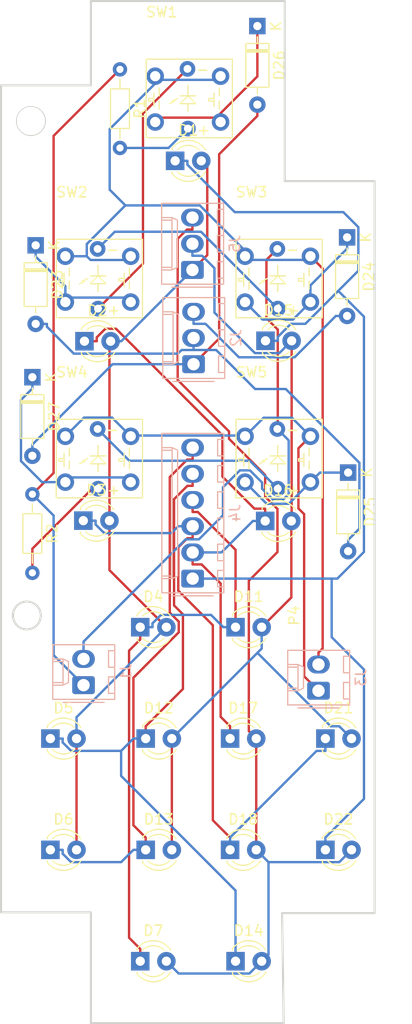
<source format=kicad_pcb>
(kicad_pcb (version 20171130) (host pcbnew "(5.1.5-0-10_14)")

  (general
    (thickness 1.6)
    (drawings 15)
    (tracks 290)
    (zones 0)
    (modules 36)
    (nets 27)
  )

  (page USLetter)
  (title_block
    (title "ABSIS NANO GENERAL I/O")
    (date 2017-12-26)
    (rev -)
    (company "F/A-18C SIMPIT")
    (comment 1 "JOHN STEENSEN")
  )

  (layers
    (0 F.Cu signal)
    (31 B.Cu signal)
    (32 B.Adhes user)
    (33 F.Adhes user)
    (34 B.Paste user)
    (35 F.Paste user)
    (36 B.SilkS user)
    (37 F.SilkS user)
    (38 B.Mask user)
    (39 F.Mask user)
    (40 Dwgs.User user)
    (41 Cmts.User user)
    (42 Eco1.User user)
    (43 Eco2.User user)
    (44 Edge.Cuts user)
    (45 Margin user)
    (46 B.CrtYd user)
    (47 F.CrtYd user)
    (48 B.Fab user)
    (49 F.Fab user)
  )

  (setup
    (last_trace_width 0.2286)
    (trace_clearance 0.1778)
    (zone_clearance 0.508)
    (zone_45_only no)
    (trace_min 0.1524)
    (via_size 0.6)
    (via_drill 0.4)
    (via_min_size 0.4)
    (via_min_drill 0.31)
    (blind_buried_vias_allowed yes)
    (uvia_size 0.3)
    (uvia_drill 0.1)
    (uvias_allowed no)
    (uvia_min_size 0.2)
    (uvia_min_drill 0.1)
    (edge_width 0.1)
    (segment_width 0.1)
    (pcb_text_width 0.3)
    (pcb_text_size 1.5 1.5)
    (mod_edge_width 0.15)
    (mod_text_size 1 1)
    (mod_text_width 0.15)
    (pad_size 1.6 1.6)
    (pad_drill 0.8)
    (pad_to_mask_clearance 0)
    (solder_mask_min_width 0.25)
    (aux_axis_origin 84.35975 146.46275)
    (grid_origin 84.35975 146.46275)
    (visible_elements 7FFBFFFF)
    (pcbplotparams
      (layerselection 0x010f0_80000001)
      (usegerberextensions false)
      (usegerberattributes false)
      (usegerberadvancedattributes false)
      (creategerberjobfile false)
      (excludeedgelayer true)
      (linewidth 0.100000)
      (plotframeref false)
      (viasonmask false)
      (mode 1)
      (useauxorigin false)
      (hpglpennumber 1)
      (hpglpenspeed 20)
      (hpglpendiameter 15.000000)
      (psnegative false)
      (psa4output false)
      (plotreference true)
      (plotvalue true)
      (plotinvisibletext false)
      (padsonsilk false)
      (subtractmaskfromsilk false)
      (outputformat 1)
      (mirror false)
      (drillshape 0)
      (scaleselection 1)
      (outputdirectory "D:/CAD/GrabCAD/F_A-18C Simulator/CAD/ECAD/ABSIS/NANO IO/gerbers"))
  )

  (net 0 "")
  (net 1 /Dig0)
  (net 2 /SegDP)
  (net 3 /Dig1)
  (net 4 /Dig2)
  (net 5 /Dig3)
  (net 6 /Dig4)
  (net 7 /Dig5)
  (net 8 /SegA)
  (net 9 /SegB)
  (net 10 "Net-(D23-Pad2)")
  (net 11 "Net-(D23-Pad1)")
  (net 12 "Net-(D24-Pad2)")
  (net 13 "Net-(D24-Pad1)")
  (net 14 "Net-(D25-Pad1)")
  (net 15 "Net-(D26-Pad2)")
  (net 16 "Net-(D26-Pad1)")
  (net 17 "Net-(D27-Pad1)")
  (net 18 "Net-(J1-Pad2)")
  (net 19 "Net-(J1-Pad1)")
  (net 20 "Net-(J3-Pad2)")
  (net 21 "Net-(J3-Pad1)")
  (net 22 "Net-(R1-Pad2)")
  (net 23 "Net-(R2-Pad2)")
  (net 24 "Net-(SW1-Pad6)")
  (net 25 "Net-(SW2-Pad6)")
  (net 26 "Net-(SW4-Pad6)")

  (net_class Default "This is the default net class."
    (clearance 0.1778)
    (trace_width 0.2286)
    (via_dia 0.6)
    (via_drill 0.4)
    (uvia_dia 0.3)
    (uvia_drill 0.1)
    (add_net /Dig0)
    (add_net /Dig1)
    (add_net /Dig2)
    (add_net /Dig3)
    (add_net /Dig4)
    (add_net /Dig5)
    (add_net /SegA)
    (add_net /SegB)
    (add_net /SegDP)
    (add_net "Net-(D23-Pad1)")
    (add_net "Net-(D23-Pad2)")
    (add_net "Net-(D24-Pad1)")
    (add_net "Net-(D24-Pad2)")
    (add_net "Net-(D25-Pad1)")
    (add_net "Net-(D26-Pad1)")
    (add_net "Net-(D26-Pad2)")
    (add_net "Net-(D27-Pad1)")
    (add_net "Net-(J1-Pad1)")
    (add_net "Net-(J1-Pad2)")
    (add_net "Net-(J3-Pad1)")
    (add_net "Net-(J3-Pad2)")
    (add_net "Net-(R1-Pad2)")
    (add_net "Net-(R2-Pad2)")
    (add_net "Net-(SW1-Pad6)")
    (add_net "Net-(SW2-Pad6)")
    (add_net "Net-(SW4-Pad6)")
  )

  (net_class control ""
    (clearance 0.1778)
    (trace_width 0.2286)
    (via_dia 0.6)
    (via_drill 0.4)
    (uvia_dia 0.3)
    (uvia_drill 0.1)
  )

  (net_class pwr12v ""
    (clearance 0.2032)
    (trace_width 0.762)
    (via_dia 0.6)
    (via_drill 0.4)
    (uvia_dia 0.3)
    (uvia_drill 0.1)
  )

  (net_class pwr3.3v ""
    (clearance 0.2032)
    (trace_width 0.3048)
    (via_dia 0.6)
    (via_drill 0.4)
    (uvia_dia 0.3)
    (uvia_drill 0.1)
  )

  (net_class pwr5v ""
    (clearance 0.2032)
    (trace_width 0.2286)
    (via_dia 0.6)
    (via_drill 0.4)
    (uvia_dia 0.3)
    (uvia_drill 0.1)
  )

  (net_class signal ""
    (clearance 0.1778)
    (trace_width 0.1524)
    (via_dia 0.6)
    (via_drill 0.4)
    (uvia_dia 0.3)
    (uvia_drill 0.1)
  )

  (module PT_Library_v001:Molex_1x06_P2.54mm_Vertical (layer B.Cu) (tedit 5B78013E) (tstamp 5EE5101A)
    (at 102.97 103.333 90)
    (descr "Molex KK-254 Interconnect System, old/engineering part number: AE-6410-06A example for new part number: 22-27-2061, 6 Pins (http://www.molex.com/pdm_docs/sd/022272021_sd.pdf), generated with kicad-footprint-generator")
    (tags "connector Molex KK-254 side entry")
    (path /5EF51B0D)
    (fp_text reference J4 (at 6.35 4.12 90) (layer B.SilkS)
      (effects (font (size 1 1) (thickness 0.15)) (justify mirror))
    )
    (fp_text value Conn_01x08_Female (at 6.35 -4.08 90) (layer B.Fab)
      (effects (font (size 1 1) (thickness 0.15)) (justify mirror))
    )
    (fp_text user %R (at 6.35 2.22 90) (layer B.Fab)
      (effects (font (size 1 1) (thickness 0.15)) (justify mirror))
    )
    (fp_line (start 14.47 3.42) (end -1.77 3.42) (layer B.CrtYd) (width 0.05))
    (fp_line (start 14.47 -3.38) (end 14.47 3.42) (layer B.CrtYd) (width 0.05))
    (fp_line (start -1.77 -3.38) (end 14.47 -3.38) (layer B.CrtYd) (width 0.05))
    (fp_line (start -1.77 3.42) (end -1.77 -3.38) (layer B.CrtYd) (width 0.05))
    (fp_line (start 13.5 2.43) (end 13.5 3.03) (layer B.SilkS) (width 0.12))
    (fp_line (start 11.9 2.43) (end 13.5 2.43) (layer B.SilkS) (width 0.12))
    (fp_line (start 11.9 3.03) (end 11.9 2.43) (layer B.SilkS) (width 0.12))
    (fp_line (start 10.96 2.43) (end 10.96 3.03) (layer B.SilkS) (width 0.12))
    (fp_line (start 9.36 2.43) (end 10.96 2.43) (layer B.SilkS) (width 0.12))
    (fp_line (start 9.36 3.03) (end 9.36 2.43) (layer B.SilkS) (width 0.12))
    (fp_line (start 8.42 2.43) (end 8.42 3.03) (layer B.SilkS) (width 0.12))
    (fp_line (start 6.82 2.43) (end 8.42 2.43) (layer B.SilkS) (width 0.12))
    (fp_line (start 6.82 3.03) (end 6.82 2.43) (layer B.SilkS) (width 0.12))
    (fp_line (start 5.88 2.43) (end 5.88 3.03) (layer B.SilkS) (width 0.12))
    (fp_line (start 4.28 2.43) (end 5.88 2.43) (layer B.SilkS) (width 0.12))
    (fp_line (start 4.28 3.03) (end 4.28 2.43) (layer B.SilkS) (width 0.12))
    (fp_line (start 3.34 2.43) (end 3.34 3.03) (layer B.SilkS) (width 0.12))
    (fp_line (start 1.74 2.43) (end 3.34 2.43) (layer B.SilkS) (width 0.12))
    (fp_line (start 1.74 3.03) (end 1.74 2.43) (layer B.SilkS) (width 0.12))
    (fp_line (start 0.8 2.43) (end 0.8 3.03) (layer B.SilkS) (width 0.12))
    (fp_line (start -0.8 2.43) (end 0.8 2.43) (layer B.SilkS) (width 0.12))
    (fp_line (start -0.8 3.03) (end -0.8 2.43) (layer B.SilkS) (width 0.12))
    (fp_line (start 12.45 -2.99) (end 12.45 -1.99) (layer B.SilkS) (width 0.12))
    (fp_line (start 0.25 -2.99) (end 0.25 -1.99) (layer B.SilkS) (width 0.12))
    (fp_line (start 12.45 -1.46) (end 12.7 -1.99) (layer B.SilkS) (width 0.12))
    (fp_line (start 0.25 -1.46) (end 12.45 -1.46) (layer B.SilkS) (width 0.12))
    (fp_line (start 0 -1.99) (end 0.25 -1.46) (layer B.SilkS) (width 0.12))
    (fp_line (start 12.7 -1.99) (end 12.7 -2.99) (layer B.SilkS) (width 0.12))
    (fp_line (start 0 -1.99) (end 12.7 -1.99) (layer B.SilkS) (width 0.12))
    (fp_line (start 0 -2.99) (end 0 -1.99) (layer B.SilkS) (width 0.12))
    (fp_line (start -0.562893 0) (end -1.27 -0.5) (layer B.Fab) (width 0.1))
    (fp_line (start -1.27 0.5) (end -0.562893 0) (layer B.Fab) (width 0.1))
    (fp_line (start -1.67 2) (end -1.67 -2) (layer B.SilkS) (width 0.12))
    (fp_line (start 14.08 3.03) (end -1.38 3.03) (layer B.SilkS) (width 0.12))
    (fp_line (start 14.08 -2.99) (end 14.08 3.03) (layer B.SilkS) (width 0.12))
    (fp_line (start -1.38 -2.99) (end 14.08 -2.99) (layer B.SilkS) (width 0.12))
    (fp_line (start -1.38 3.03) (end -1.38 -2.99) (layer B.SilkS) (width 0.12))
    (fp_line (start 13.97 2.92) (end -1.27 2.92) (layer B.Fab) (width 0.1))
    (fp_line (start 13.97 -2.88) (end 13.97 2.92) (layer B.Fab) (width 0.1))
    (fp_line (start -1.27 -2.88) (end 13.97 -2.88) (layer B.Fab) (width 0.1))
    (fp_line (start -1.27 2.92) (end -1.27 -2.88) (layer B.Fab) (width 0.1))
    (pad 6 thru_hole oval (at 12.7 0 90) (size 1.74 2.2) (drill 1.2) (layers *.Cu *.Mask)
      (net 7 /Dig5))
    (pad 5 thru_hole oval (at 10.16 0 90) (size 1.74 2.2) (drill 1.2) (layers *.Cu *.Mask)
      (net 6 /Dig4))
    (pad 4 thru_hole oval (at 7.62 0 90) (size 1.74 2.2) (drill 1.2) (layers *.Cu *.Mask)
      (net 5 /Dig3))
    (pad 3 thru_hole oval (at 5.08 0 90) (size 1.74 2.2) (drill 1.2) (layers *.Cu *.Mask)
      (net 4 /Dig2))
    (pad 2 thru_hole oval (at 2.54 0 90) (size 1.74 2.2) (drill 1.2) (layers *.Cu *.Mask)
      (net 3 /Dig1))
    (pad 1 thru_hole roundrect (at 0 0 90) (size 1.74 2.2) (drill 1.2) (layers *.Cu *.Mask) (roundrect_rratio 0.143678)
      (net 1 /Dig0))
    (model ${KISYS3DMOD}/Connector_Molex.3dshapes/Molex_KK-254_AE-6410-06A_1x06_P2.54mm_Vertical.wrl
      (at (xyz 0 0 0))
      (scale (xyz 1 1 1))
      (rotate (xyz 0 0 0))
    )
  )

  (module PT_Library_v001:Molex_1x03_P2.54mm_Vertical (layer B.Cu) (tedit 5B78013E) (tstamp 5EE51046)
    (at 102.95 73.4028 90)
    (descr "Molex KK-254 Interconnect System, old/engineering part number: AE-6410-03A example for new part number: 22-27-2031, 3 Pins (http://www.molex.com/pdm_docs/sd/022272021_sd.pdf), generated with kicad-footprint-generator")
    (tags "connector Molex KK-254 side entry")
    (path /5EF2E612)
    (fp_text reference J5 (at 2.54 4.12 -90) (layer B.SilkS)
      (effects (font (size 1 1) (thickness 0.15)) (justify mirror))
    )
    (fp_text value Conn_01x04_Female (at 2.54 -4.08 -90) (layer B.Fab)
      (effects (font (size 1 1) (thickness 0.15)) (justify mirror))
    )
    (fp_text user %R (at 2.54 2.22 -90) (layer B.Fab)
      (effects (font (size 1 1) (thickness 0.15)) (justify mirror))
    )
    (fp_line (start 6.85 3.42) (end -1.77 3.42) (layer B.CrtYd) (width 0.05))
    (fp_line (start 6.85 -3.38) (end 6.85 3.42) (layer B.CrtYd) (width 0.05))
    (fp_line (start -1.77 -3.38) (end 6.85 -3.38) (layer B.CrtYd) (width 0.05))
    (fp_line (start -1.77 3.42) (end -1.77 -3.38) (layer B.CrtYd) (width 0.05))
    (fp_line (start 5.88 2.43) (end 5.88 3.03) (layer B.SilkS) (width 0.12))
    (fp_line (start 4.28 2.43) (end 5.88 2.43) (layer B.SilkS) (width 0.12))
    (fp_line (start 4.28 3.03) (end 4.28 2.43) (layer B.SilkS) (width 0.12))
    (fp_line (start 3.34 2.43) (end 3.34 3.03) (layer B.SilkS) (width 0.12))
    (fp_line (start 1.74 2.43) (end 3.34 2.43) (layer B.SilkS) (width 0.12))
    (fp_line (start 1.74 3.03) (end 1.74 2.43) (layer B.SilkS) (width 0.12))
    (fp_line (start 0.8 2.43) (end 0.8 3.03) (layer B.SilkS) (width 0.12))
    (fp_line (start -0.8 2.43) (end 0.8 2.43) (layer B.SilkS) (width 0.12))
    (fp_line (start -0.8 3.03) (end -0.8 2.43) (layer B.SilkS) (width 0.12))
    (fp_line (start 4.83 -2.99) (end 4.83 -1.99) (layer B.SilkS) (width 0.12))
    (fp_line (start 0.25 -2.99) (end 0.25 -1.99) (layer B.SilkS) (width 0.12))
    (fp_line (start 4.83 -1.46) (end 5.08 -1.99) (layer B.SilkS) (width 0.12))
    (fp_line (start 0.25 -1.46) (end 4.83 -1.46) (layer B.SilkS) (width 0.12))
    (fp_line (start 0 -1.99) (end 0.25 -1.46) (layer B.SilkS) (width 0.12))
    (fp_line (start 5.08 -1.99) (end 5.08 -2.99) (layer B.SilkS) (width 0.12))
    (fp_line (start 0 -1.99) (end 5.08 -1.99) (layer B.SilkS) (width 0.12))
    (fp_line (start 0 -2.99) (end 0 -1.99) (layer B.SilkS) (width 0.12))
    (fp_line (start -0.562893 0) (end -1.27 -0.5) (layer B.Fab) (width 0.1))
    (fp_line (start -1.27 0.5) (end -0.562893 0) (layer B.Fab) (width 0.1))
    (fp_line (start -1.67 2) (end -1.67 -2) (layer B.SilkS) (width 0.12))
    (fp_line (start 6.46 3.03) (end -1.38 3.03) (layer B.SilkS) (width 0.12))
    (fp_line (start 6.46 -2.99) (end 6.46 3.03) (layer B.SilkS) (width 0.12))
    (fp_line (start -1.38 -2.99) (end 6.46 -2.99) (layer B.SilkS) (width 0.12))
    (fp_line (start -1.38 3.03) (end -1.38 -2.99) (layer B.SilkS) (width 0.12))
    (fp_line (start 6.35 2.92) (end -1.27 2.92) (layer B.Fab) (width 0.1))
    (fp_line (start 6.35 -2.88) (end 6.35 2.92) (layer B.Fab) (width 0.1))
    (fp_line (start -1.27 -2.88) (end 6.35 -2.88) (layer B.Fab) (width 0.1))
    (fp_line (start -1.27 2.92) (end -1.27 -2.88) (layer B.Fab) (width 0.1))
    (pad 3 thru_hole oval (at 5.08 0 90) (size 1.74 2.2) (drill 1.2) (layers *.Cu *.Mask)
      (net 9 /SegB))
    (pad 2 thru_hole oval (at 2.54 0 90) (size 1.74 2.2) (drill 1.2) (layers *.Cu *.Mask)
      (net 8 /SegA))
    (pad 1 thru_hole roundrect (at 0 0 90) (size 1.74 2.2) (drill 1.2) (layers *.Cu *.Mask) (roundrect_rratio 0.143678)
      (net 2 /SegDP))
    (model ${KISYS3DMOD}/Connector_Molex.3dshapes/Molex_KK-254_AE-6410-03A_1x03_P2.54mm_Vertical.wrl
      (at (xyz 0 0 0))
      (scale (xyz 1 1 1))
      (rotate (xyz 0 0 0))
    )
  )

  (module PT_Library_v001:PT_Small_Tactile_Switch_With_LED locked (layer F.Cu) (tedit 5EE4152B) (tstamp 5DFC77CA)
    (at 111.24 91.6928 180)
    (path /5C45B2D3)
    (fp_text reference SW5 (at 2.54 8.374) (layer F.SilkS)
      (effects (font (size 1 1) (thickness 0.15)))
    )
    (fp_text value SW_Push (at 0 -0.5) (layer F.Fab)
      (effects (font (size 1 1) (thickness 0.15)))
    )
    (fp_line (start -4.318 -3.81) (end -3.048 -3.81) (layer F.SilkS) (width 0.12))
    (fp_line (start -4.32 3.81) (end -4.318 -3.81) (layer F.SilkS) (width 0.12))
    (fp_line (start 4.07 3.81) (end -4.312 3.81) (layer F.SilkS) (width 0.12))
    (fp_line (start 4.064 -3.81) (end 4.05 3.81) (layer F.SilkS) (width 0.12))
    (fp_line (start -4.064 -3.81) (end 4.064 -3.81) (layer F.SilkS) (width 0.12))
    (fp_text user - (at -1.42 2.81) (layer F.SilkS)
      (effects (font (size 1 1) (thickness 0.15)))
    )
    (fp_line (start 3.81 0) (end 3.302 0) (layer F.SilkS) (width 0.12))
    (fp_line (start 2.794 -1.016) (end 2.794 -0.254) (layer F.SilkS) (width 0.12))
    (fp_line (start 3.81 -0.254) (end 3.81 0) (layer F.SilkS) (width 0.12))
    (fp_line (start 3.302 -0.762) (end 3.302 0.508) (layer F.SilkS) (width 0.12))
    (fp_line (start 2.794 0.254) (end 2.794 1.016) (layer F.SilkS) (width 0.12))
    (fp_line (start 3.302 -0.254) (end 3.81 -0.254) (layer F.SilkS) (width 0.12))
    (fp_line (start -2.032 0) (end -2.54 0) (layer F.SilkS) (width 0.12))
    (fp_line (start -2.032 -0.254) (end -2.032 0) (layer F.SilkS) (width 0.12))
    (fp_line (start -2.54 -0.254) (end -2.032 -0.254) (layer F.SilkS) (width 0.12))
    (fp_line (start -2.54 -0.762) (end -2.54 0.508) (layer F.SilkS) (width 0.12))
    (fp_line (start -3.048 0.254) (end -3.048 1.016) (layer F.SilkS) (width 0.12))
    (fp_line (start -3.048 -1.016) (end -3.048 -0.254) (layer F.SilkS) (width 0.12))
    (fp_line (start 1.524 -0.254) (end 1.016 0) (layer F.SilkS) (width 0.12))
    (fp_line (start 1.27 -0.254) (end 1.524 -0.254) (layer F.SilkS) (width 0.12))
    (fp_line (start 1.778 -0.508) (end 1.27 -0.254) (layer F.SilkS) (width 0.12))
    (fp_line (start 0 0.254) (end 0 1.27) (layer F.SilkS) (width 0.12))
    (fp_line (start -0.762 0.254) (end 0 0.254) (layer F.SilkS) (width 0.12))
    (fp_line (start 0.762 0.254) (end -0.762 0.254) (layer F.SilkS) (width 0.12))
    (fp_line (start -0.762 -0.508) (end 0 -0.508) (layer F.SilkS) (width 0.12))
    (fp_line (start 0 0.254) (end -0.762 -0.508) (layer F.SilkS) (width 0.12))
    (fp_line (start 0.762 -0.508) (end 0 0.254) (layer F.SilkS) (width 0.12))
    (fp_line (start 0 -0.508) (end 0.762 -0.508) (layer F.SilkS) (width 0.12))
    (fp_line (start 0 -1.27) (end 0 -0.508) (layer F.SilkS) (width 0.12))
    (fp_text user + (at -1.524 -3.048) (layer F.SilkS)
      (effects (font (size 1 1) (thickness 0.15)))
    )
    (pad 6 thru_hole circle (at 0.04 2.87 180) (size 1.524 1.524) (drill 0.762) (layers *.Cu *.Mask)
      (net 18 "Net-(J1-Pad2)"))
    (pad 5 thru_hole circle (at 0 -2.921 180) (size 1.524 1.524) (drill 0.762) (layers *.Cu *.Mask)
      (net 26 "Net-(SW4-Pad6)"))
    (pad 4 thru_hole circle (at 3.175 2.159 180) (size 1.7 1.7) (drill 1) (layers *.Cu *.Mask)
      (net 21 "Net-(J3-Pad1)"))
    (pad 3 thru_hole circle (at -3.175 2.159 180) (size 1.7 1.7) (drill 1) (layers *.Cu *.Mask)
      (net 21 "Net-(J3-Pad1)"))
    (pad 2 thru_hole circle (at 3.175 -2.286 180) (size 1.7 1.7) (drill 1) (layers *.Cu *.Mask)
      (net 14 "Net-(D25-Pad1)"))
    (pad 1 thru_hole circle (at -3.175 -2.286 180) (size 1.7 1.7) (drill 1) (layers *.Cu *.Mask)
      (net 14 "Net-(D25-Pad1)"))
  )

  (module PT_Library_v001:PT_Small_Tactile_Switch_With_LED locked (layer F.Cu) (tedit 5EE4152B) (tstamp 5DFA79FE)
    (at 93.7798 91.6928 180)
    (path /5C452790)
    (fp_text reference SW4 (at 2.54 8.374) (layer F.SilkS)
      (effects (font (size 1 1) (thickness 0.15)))
    )
    (fp_text value SW_Push (at 0 -0.5) (layer F.Fab)
      (effects (font (size 1 1) (thickness 0.15)))
    )
    (fp_line (start -4.318 -3.81) (end -3.048 -3.81) (layer F.SilkS) (width 0.12))
    (fp_line (start -4.32 3.81) (end -4.318 -3.81) (layer F.SilkS) (width 0.12))
    (fp_line (start 4.07 3.81) (end -4.312 3.81) (layer F.SilkS) (width 0.12))
    (fp_line (start 4.064 -3.81) (end 4.05 3.81) (layer F.SilkS) (width 0.12))
    (fp_line (start -4.064 -3.81) (end 4.064 -3.81) (layer F.SilkS) (width 0.12))
    (fp_text user - (at -1.42 2.81) (layer F.SilkS)
      (effects (font (size 1 1) (thickness 0.15)))
    )
    (fp_line (start 3.81 0) (end 3.302 0) (layer F.SilkS) (width 0.12))
    (fp_line (start 2.794 -1.016) (end 2.794 -0.254) (layer F.SilkS) (width 0.12))
    (fp_line (start 3.81 -0.254) (end 3.81 0) (layer F.SilkS) (width 0.12))
    (fp_line (start 3.302 -0.762) (end 3.302 0.508) (layer F.SilkS) (width 0.12))
    (fp_line (start 2.794 0.254) (end 2.794 1.016) (layer F.SilkS) (width 0.12))
    (fp_line (start 3.302 -0.254) (end 3.81 -0.254) (layer F.SilkS) (width 0.12))
    (fp_line (start -2.032 0) (end -2.54 0) (layer F.SilkS) (width 0.12))
    (fp_line (start -2.032 -0.254) (end -2.032 0) (layer F.SilkS) (width 0.12))
    (fp_line (start -2.54 -0.254) (end -2.032 -0.254) (layer F.SilkS) (width 0.12))
    (fp_line (start -2.54 -0.762) (end -2.54 0.508) (layer F.SilkS) (width 0.12))
    (fp_line (start -3.048 0.254) (end -3.048 1.016) (layer F.SilkS) (width 0.12))
    (fp_line (start -3.048 -1.016) (end -3.048 -0.254) (layer F.SilkS) (width 0.12))
    (fp_line (start 1.524 -0.254) (end 1.016 0) (layer F.SilkS) (width 0.12))
    (fp_line (start 1.27 -0.254) (end 1.524 -0.254) (layer F.SilkS) (width 0.12))
    (fp_line (start 1.778 -0.508) (end 1.27 -0.254) (layer F.SilkS) (width 0.12))
    (fp_line (start 0 0.254) (end 0 1.27) (layer F.SilkS) (width 0.12))
    (fp_line (start -0.762 0.254) (end 0 0.254) (layer F.SilkS) (width 0.12))
    (fp_line (start 0.762 0.254) (end -0.762 0.254) (layer F.SilkS) (width 0.12))
    (fp_line (start -0.762 -0.508) (end 0 -0.508) (layer F.SilkS) (width 0.12))
    (fp_line (start 0 0.254) (end -0.762 -0.508) (layer F.SilkS) (width 0.12))
    (fp_line (start 0.762 -0.508) (end 0 0.254) (layer F.SilkS) (width 0.12))
    (fp_line (start 0 -0.508) (end 0.762 -0.508) (layer F.SilkS) (width 0.12))
    (fp_line (start 0 -1.27) (end 0 -0.508) (layer F.SilkS) (width 0.12))
    (fp_text user + (at -1.524 -3.048) (layer F.SilkS)
      (effects (font (size 1 1) (thickness 0.15)))
    )
    (pad 6 thru_hole circle (at 0.04 2.87 180) (size 1.524 1.524) (drill 0.762) (layers *.Cu *.Mask)
      (net 26 "Net-(SW4-Pad6)"))
    (pad 5 thru_hole circle (at 0 -2.921 180) (size 1.524 1.524) (drill 0.762) (layers *.Cu *.Mask)
      (net 23 "Net-(R2-Pad2)"))
    (pad 4 thru_hole circle (at 3.175 2.159 180) (size 1.7 1.7) (drill 1) (layers *.Cu *.Mask)
      (net 21 "Net-(J3-Pad1)"))
    (pad 3 thru_hole circle (at -3.175 2.159 180) (size 1.7 1.7) (drill 1) (layers *.Cu *.Mask)
      (net 21 "Net-(J3-Pad1)"))
    (pad 2 thru_hole circle (at 3.175 -2.286 180) (size 1.7 1.7) (drill 1) (layers *.Cu *.Mask)
      (net 17 "Net-(D27-Pad1)"))
    (pad 1 thru_hole circle (at -3.175 -2.286 180) (size 1.7 1.7) (drill 1) (layers *.Cu *.Mask)
      (net 17 "Net-(D27-Pad1)"))
  )

  (module PT_Library_v001:PT_Small_Tactile_Switch_With_LED locked (layer F.Cu) (tedit 5EE4152B) (tstamp 5DFC7760)
    (at 111.24 74.2328 180)
    (path /5C44A4F2)
    (fp_text reference SW3 (at 2.54 8.374) (layer F.SilkS)
      (effects (font (size 1 1) (thickness 0.15)))
    )
    (fp_text value SW_Push (at 0 -0.5) (layer F.Fab)
      (effects (font (size 1 1) (thickness 0.15)))
    )
    (fp_line (start -4.318 -3.81) (end -3.048 -3.81) (layer F.SilkS) (width 0.12))
    (fp_line (start -4.32 3.81) (end -4.318 -3.81) (layer F.SilkS) (width 0.12))
    (fp_line (start 4.07 3.81) (end -4.312 3.81) (layer F.SilkS) (width 0.12))
    (fp_line (start 4.064 -3.81) (end 4.05 3.81) (layer F.SilkS) (width 0.12))
    (fp_line (start -4.064 -3.81) (end 4.064 -3.81) (layer F.SilkS) (width 0.12))
    (fp_text user - (at -1.42 2.81) (layer F.SilkS)
      (effects (font (size 1 1) (thickness 0.15)))
    )
    (fp_line (start 3.81 0) (end 3.302 0) (layer F.SilkS) (width 0.12))
    (fp_line (start 2.794 -1.016) (end 2.794 -0.254) (layer F.SilkS) (width 0.12))
    (fp_line (start 3.81 -0.254) (end 3.81 0) (layer F.SilkS) (width 0.12))
    (fp_line (start 3.302 -0.762) (end 3.302 0.508) (layer F.SilkS) (width 0.12))
    (fp_line (start 2.794 0.254) (end 2.794 1.016) (layer F.SilkS) (width 0.12))
    (fp_line (start 3.302 -0.254) (end 3.81 -0.254) (layer F.SilkS) (width 0.12))
    (fp_line (start -2.032 0) (end -2.54 0) (layer F.SilkS) (width 0.12))
    (fp_line (start -2.032 -0.254) (end -2.032 0) (layer F.SilkS) (width 0.12))
    (fp_line (start -2.54 -0.254) (end -2.032 -0.254) (layer F.SilkS) (width 0.12))
    (fp_line (start -2.54 -0.762) (end -2.54 0.508) (layer F.SilkS) (width 0.12))
    (fp_line (start -3.048 0.254) (end -3.048 1.016) (layer F.SilkS) (width 0.12))
    (fp_line (start -3.048 -1.016) (end -3.048 -0.254) (layer F.SilkS) (width 0.12))
    (fp_line (start 1.524 -0.254) (end 1.016 0) (layer F.SilkS) (width 0.12))
    (fp_line (start 1.27 -0.254) (end 1.524 -0.254) (layer F.SilkS) (width 0.12))
    (fp_line (start 1.778 -0.508) (end 1.27 -0.254) (layer F.SilkS) (width 0.12))
    (fp_line (start 0 0.254) (end 0 1.27) (layer F.SilkS) (width 0.12))
    (fp_line (start -0.762 0.254) (end 0 0.254) (layer F.SilkS) (width 0.12))
    (fp_line (start 0.762 0.254) (end -0.762 0.254) (layer F.SilkS) (width 0.12))
    (fp_line (start -0.762 -0.508) (end 0 -0.508) (layer F.SilkS) (width 0.12))
    (fp_line (start 0 0.254) (end -0.762 -0.508) (layer F.SilkS) (width 0.12))
    (fp_line (start 0.762 -0.508) (end 0 0.254) (layer F.SilkS) (width 0.12))
    (fp_line (start 0 -0.508) (end 0.762 -0.508) (layer F.SilkS) (width 0.12))
    (fp_line (start 0 -1.27) (end 0 -0.508) (layer F.SilkS) (width 0.12))
    (fp_text user + (at -1.524 -3.048) (layer F.SilkS)
      (effects (font (size 1 1) (thickness 0.15)))
    )
    (pad 6 thru_hole circle (at 0.04 2.87 180) (size 1.524 1.524) (drill 0.762) (layers *.Cu *.Mask)
      (net 18 "Net-(J1-Pad2)"))
    (pad 5 thru_hole circle (at 0 -2.921 180) (size 1.524 1.524) (drill 0.762) (layers *.Cu *.Mask)
      (net 25 "Net-(SW2-Pad6)"))
    (pad 4 thru_hole circle (at 3.175 2.159 180) (size 1.7 1.7) (drill 1) (layers *.Cu *.Mask)
      (net 20 "Net-(J3-Pad2)"))
    (pad 3 thru_hole circle (at -3.175 2.159 180) (size 1.7 1.7) (drill 1) (layers *.Cu *.Mask)
      (net 20 "Net-(J3-Pad2)"))
    (pad 2 thru_hole circle (at 3.175 -2.286 180) (size 1.7 1.7) (drill 1) (layers *.Cu *.Mask)
      (net 13 "Net-(D24-Pad1)"))
    (pad 1 thru_hole circle (at -3.175 -2.286 180) (size 1.7 1.7) (drill 1) (layers *.Cu *.Mask)
      (net 13 "Net-(D24-Pad1)"))
  )

  (module PT_Library_v001:PT_Small_Tactile_Switch_With_LED locked (layer F.Cu) (tedit 5EE4152B) (tstamp 5DFC76DA)
    (at 93.7798 74.2328 180)
    (path /5C414C4E)
    (fp_text reference SW2 (at 2.54 8.374) (layer F.SilkS)
      (effects (font (size 1 1) (thickness 0.15)))
    )
    (fp_text value SW_Push (at 0 -0.5) (layer F.Fab)
      (effects (font (size 1 1) (thickness 0.15)))
    )
    (fp_line (start -4.318 -3.81) (end -3.048 -3.81) (layer F.SilkS) (width 0.12))
    (fp_line (start -4.32 3.81) (end -4.318 -3.81) (layer F.SilkS) (width 0.12))
    (fp_line (start 4.07 3.81) (end -4.312 3.81) (layer F.SilkS) (width 0.12))
    (fp_line (start 4.064 -3.81) (end 4.05 3.81) (layer F.SilkS) (width 0.12))
    (fp_line (start -4.064 -3.81) (end 4.064 -3.81) (layer F.SilkS) (width 0.12))
    (fp_text user - (at -1.42 2.81) (layer F.SilkS)
      (effects (font (size 1 1) (thickness 0.15)))
    )
    (fp_line (start 3.81 0) (end 3.302 0) (layer F.SilkS) (width 0.12))
    (fp_line (start 2.794 -1.016) (end 2.794 -0.254) (layer F.SilkS) (width 0.12))
    (fp_line (start 3.81 -0.254) (end 3.81 0) (layer F.SilkS) (width 0.12))
    (fp_line (start 3.302 -0.762) (end 3.302 0.508) (layer F.SilkS) (width 0.12))
    (fp_line (start 2.794 0.254) (end 2.794 1.016) (layer F.SilkS) (width 0.12))
    (fp_line (start 3.302 -0.254) (end 3.81 -0.254) (layer F.SilkS) (width 0.12))
    (fp_line (start -2.032 0) (end -2.54 0) (layer F.SilkS) (width 0.12))
    (fp_line (start -2.032 -0.254) (end -2.032 0) (layer F.SilkS) (width 0.12))
    (fp_line (start -2.54 -0.254) (end -2.032 -0.254) (layer F.SilkS) (width 0.12))
    (fp_line (start -2.54 -0.762) (end -2.54 0.508) (layer F.SilkS) (width 0.12))
    (fp_line (start -3.048 0.254) (end -3.048 1.016) (layer F.SilkS) (width 0.12))
    (fp_line (start -3.048 -1.016) (end -3.048 -0.254) (layer F.SilkS) (width 0.12))
    (fp_line (start 1.524 -0.254) (end 1.016 0) (layer F.SilkS) (width 0.12))
    (fp_line (start 1.27 -0.254) (end 1.524 -0.254) (layer F.SilkS) (width 0.12))
    (fp_line (start 1.778 -0.508) (end 1.27 -0.254) (layer F.SilkS) (width 0.12))
    (fp_line (start 0 0.254) (end 0 1.27) (layer F.SilkS) (width 0.12))
    (fp_line (start -0.762 0.254) (end 0 0.254) (layer F.SilkS) (width 0.12))
    (fp_line (start 0.762 0.254) (end -0.762 0.254) (layer F.SilkS) (width 0.12))
    (fp_line (start -0.762 -0.508) (end 0 -0.508) (layer F.SilkS) (width 0.12))
    (fp_line (start 0 0.254) (end -0.762 -0.508) (layer F.SilkS) (width 0.12))
    (fp_line (start 0.762 -0.508) (end 0 0.254) (layer F.SilkS) (width 0.12))
    (fp_line (start 0 -0.508) (end 0.762 -0.508) (layer F.SilkS) (width 0.12))
    (fp_line (start 0 -1.27) (end 0 -0.508) (layer F.SilkS) (width 0.12))
    (fp_text user + (at -1.524 -3.048) (layer F.SilkS)
      (effects (font (size 1 1) (thickness 0.15)))
    )
    (pad 6 thru_hole circle (at 0.04 2.87 180) (size 1.524 1.524) (drill 0.762) (layers *.Cu *.Mask)
      (net 25 "Net-(SW2-Pad6)"))
    (pad 5 thru_hole circle (at 0 -2.921 180) (size 1.524 1.524) (drill 0.762) (layers *.Cu *.Mask)
      (net 24 "Net-(SW1-Pad6)"))
    (pad 4 thru_hole circle (at 3.175 2.159 180) (size 1.7 1.7) (drill 1) (layers *.Cu *.Mask)
      (net 20 "Net-(J3-Pad2)"))
    (pad 3 thru_hole circle (at -3.175 2.159 180) (size 1.7 1.7) (drill 1) (layers *.Cu *.Mask)
      (net 20 "Net-(J3-Pad2)"))
    (pad 2 thru_hole circle (at 3.175 -2.286 180) (size 1.7 1.7) (drill 1) (layers *.Cu *.Mask)
      (net 11 "Net-(D23-Pad1)"))
    (pad 1 thru_hole circle (at -3.175 -2.286 180) (size 1.7 1.7) (drill 1) (layers *.Cu *.Mask)
      (net 11 "Net-(D23-Pad1)"))
  )

  (module PT_Library_v001:PT_Small_Tactile_Switch_With_LED locked (layer F.Cu) (tedit 5EE4152B) (tstamp 5DFA79E0)
    (at 102.51 56.7728 180)
    (path /5C39B47B)
    (fp_text reference SW1 (at 2.54 8.374) (layer F.SilkS)
      (effects (font (size 1 1) (thickness 0.15)))
    )
    (fp_text value SW_Push (at 0 -0.5) (layer F.Fab)
      (effects (font (size 1 1) (thickness 0.15)))
    )
    (fp_line (start -4.318 -3.81) (end -3.048 -3.81) (layer F.SilkS) (width 0.12))
    (fp_line (start -4.32 3.81) (end -4.318 -3.81) (layer F.SilkS) (width 0.12))
    (fp_line (start 4.07 3.81) (end -4.312 3.81) (layer F.SilkS) (width 0.12))
    (fp_line (start 4.064 -3.81) (end 4.05 3.81) (layer F.SilkS) (width 0.12))
    (fp_line (start -4.064 -3.81) (end 4.064 -3.81) (layer F.SilkS) (width 0.12))
    (fp_text user - (at -1.42 2.81) (layer F.SilkS)
      (effects (font (size 1 1) (thickness 0.15)))
    )
    (fp_line (start 3.81 0) (end 3.302 0) (layer F.SilkS) (width 0.12))
    (fp_line (start 2.794 -1.016) (end 2.794 -0.254) (layer F.SilkS) (width 0.12))
    (fp_line (start 3.81 -0.254) (end 3.81 0) (layer F.SilkS) (width 0.12))
    (fp_line (start 3.302 -0.762) (end 3.302 0.508) (layer F.SilkS) (width 0.12))
    (fp_line (start 2.794 0.254) (end 2.794 1.016) (layer F.SilkS) (width 0.12))
    (fp_line (start 3.302 -0.254) (end 3.81 -0.254) (layer F.SilkS) (width 0.12))
    (fp_line (start -2.032 0) (end -2.54 0) (layer F.SilkS) (width 0.12))
    (fp_line (start -2.032 -0.254) (end -2.032 0) (layer F.SilkS) (width 0.12))
    (fp_line (start -2.54 -0.254) (end -2.032 -0.254) (layer F.SilkS) (width 0.12))
    (fp_line (start -2.54 -0.762) (end -2.54 0.508) (layer F.SilkS) (width 0.12))
    (fp_line (start -3.048 0.254) (end -3.048 1.016) (layer F.SilkS) (width 0.12))
    (fp_line (start -3.048 -1.016) (end -3.048 -0.254) (layer F.SilkS) (width 0.12))
    (fp_line (start 1.524 -0.254) (end 1.016 0) (layer F.SilkS) (width 0.12))
    (fp_line (start 1.27 -0.254) (end 1.524 -0.254) (layer F.SilkS) (width 0.12))
    (fp_line (start 1.778 -0.508) (end 1.27 -0.254) (layer F.SilkS) (width 0.12))
    (fp_line (start 0 0.254) (end 0 1.27) (layer F.SilkS) (width 0.12))
    (fp_line (start -0.762 0.254) (end 0 0.254) (layer F.SilkS) (width 0.12))
    (fp_line (start 0.762 0.254) (end -0.762 0.254) (layer F.SilkS) (width 0.12))
    (fp_line (start -0.762 -0.508) (end 0 -0.508) (layer F.SilkS) (width 0.12))
    (fp_line (start 0 0.254) (end -0.762 -0.508) (layer F.SilkS) (width 0.12))
    (fp_line (start 0.762 -0.508) (end 0 0.254) (layer F.SilkS) (width 0.12))
    (fp_line (start 0 -0.508) (end 0.762 -0.508) (layer F.SilkS) (width 0.12))
    (fp_line (start 0 -1.27) (end 0 -0.508) (layer F.SilkS) (width 0.12))
    (fp_text user + (at -1.524 -3.048) (layer F.SilkS)
      (effects (font (size 1 1) (thickness 0.15)))
    )
    (pad 6 thru_hole circle (at 0.04 2.87 180) (size 1.524 1.524) (drill 0.762) (layers *.Cu *.Mask)
      (net 24 "Net-(SW1-Pad6)"))
    (pad 5 thru_hole circle (at 0 -2.921 180) (size 1.524 1.524) (drill 0.762) (layers *.Cu *.Mask)
      (net 22 "Net-(R1-Pad2)"))
    (pad 4 thru_hole circle (at 3.175 2.159 180) (size 1.7 1.7) (drill 1) (layers *.Cu *.Mask)
      (net 20 "Net-(J3-Pad2)"))
    (pad 3 thru_hole circle (at -3.175 2.159 180) (size 1.7 1.7) (drill 1) (layers *.Cu *.Mask)
      (net 20 "Net-(J3-Pad2)"))
    (pad 2 thru_hole circle (at 3.175 -2.286 180) (size 1.7 1.7) (drill 1) (layers *.Cu *.Mask)
      (net 16 "Net-(D26-Pad1)"))
    (pad 1 thru_hole circle (at -3.175 -2.286 180) (size 1.7 1.7) (drill 1) (layers *.Cu *.Mask)
      (net 16 "Net-(D26-Pad1)"))
  )

  (module Resistor_THT:R_Axial_DIN0204_L3.6mm_D1.6mm_P7.62mm_Horizontal (layer F.Cu) (tedit 5AE5139B) (tstamp 5EE51074)
    (at 87.3998 95.1528 270)
    (descr "Resistor, Axial_DIN0204 series, Axial, Horizontal, pin pitch=7.62mm, 0.167W, length*diameter=3.6*1.6mm^2, http://cdn-reichelt.de/documents/datenblatt/B400/1_4W%23YAG.pdf")
    (tags "Resistor Axial_DIN0204 series Axial Horizontal pin pitch 7.62mm 0.167W length 3.6mm diameter 1.6mm")
    (path /5EE969E5)
    (fp_text reference R2 (at 3.81 -1.92 90) (layer F.SilkS)
      (effects (font (size 1 1) (thickness 0.15)))
    )
    (fp_text value R (at 3.81 1.92 90) (layer F.Fab)
      (effects (font (size 1 1) (thickness 0.15)))
    )
    (fp_text user %R (at 3.81 0 90) (layer F.Fab)
      (effects (font (size 0.72 0.72) (thickness 0.108)))
    )
    (fp_line (start 8.57 -1.05) (end -0.95 -1.05) (layer F.CrtYd) (width 0.05))
    (fp_line (start 8.57 1.05) (end 8.57 -1.05) (layer F.CrtYd) (width 0.05))
    (fp_line (start -0.95 1.05) (end 8.57 1.05) (layer F.CrtYd) (width 0.05))
    (fp_line (start -0.95 -1.05) (end -0.95 1.05) (layer F.CrtYd) (width 0.05))
    (fp_line (start 6.68 0) (end 5.73 0) (layer F.SilkS) (width 0.12))
    (fp_line (start 0.94 0) (end 1.89 0) (layer F.SilkS) (width 0.12))
    (fp_line (start 5.73 -0.92) (end 1.89 -0.92) (layer F.SilkS) (width 0.12))
    (fp_line (start 5.73 0.92) (end 5.73 -0.92) (layer F.SilkS) (width 0.12))
    (fp_line (start 1.89 0.92) (end 5.73 0.92) (layer F.SilkS) (width 0.12))
    (fp_line (start 1.89 -0.92) (end 1.89 0.92) (layer F.SilkS) (width 0.12))
    (fp_line (start 7.62 0) (end 5.61 0) (layer F.Fab) (width 0.1))
    (fp_line (start 0 0) (end 2.01 0) (layer F.Fab) (width 0.1))
    (fp_line (start 5.61 -0.8) (end 2.01 -0.8) (layer F.Fab) (width 0.1))
    (fp_line (start 5.61 0.8) (end 5.61 -0.8) (layer F.Fab) (width 0.1))
    (fp_line (start 2.01 0.8) (end 5.61 0.8) (layer F.Fab) (width 0.1))
    (fp_line (start 2.01 -0.8) (end 2.01 0.8) (layer F.Fab) (width 0.1))
    (pad 2 thru_hole oval (at 7.62 0 270) (size 1.4 1.4) (drill 0.7) (layers *.Cu *.Mask)
      (net 23 "Net-(R2-Pad2)"))
    (pad 1 thru_hole circle (at 0 0 270) (size 1.4 1.4) (drill 0.7) (layers *.Cu *.Mask)
      (net 19 "Net-(J1-Pad1)"))
    (model ${KISYS3DMOD}/Resistor_THT.3dshapes/R_Axial_DIN0204_L3.6mm_D1.6mm_P7.62mm_Horizontal.wrl
      (at (xyz 0 0 0))
      (scale (xyz 1 1 1))
      (rotate (xyz 0 0 0))
    )
  )

  (module Resistor_THT:R_Axial_DIN0204_L3.6mm_D1.6mm_P7.62mm_Horizontal (layer F.Cu) (tedit 5AE5139B) (tstamp 5EE5105D)
    (at 95.9098 53.9528 270)
    (descr "Resistor, Axial_DIN0204 series, Axial, Horizontal, pin pitch=7.62mm, 0.167W, length*diameter=3.6*1.6mm^2, http://cdn-reichelt.de/documents/datenblatt/B400/1_4W%23YAG.pdf")
    (tags "Resistor Axial_DIN0204 series Axial Horizontal pin pitch 7.62mm 0.167W length 3.6mm diameter 1.6mm")
    (path /5EE95B4F)
    (fp_text reference R1 (at 3.81 -1.92 90) (layer F.SilkS)
      (effects (font (size 1 1) (thickness 0.15)))
    )
    (fp_text value R (at 3.81 1.92 90) (layer F.Fab)
      (effects (font (size 1 1) (thickness 0.15)))
    )
    (fp_text user %R (at 3.81 0 90) (layer F.Fab)
      (effects (font (size 0.72 0.72) (thickness 0.108)))
    )
    (fp_line (start 8.57 -1.05) (end -0.95 -1.05) (layer F.CrtYd) (width 0.05))
    (fp_line (start 8.57 1.05) (end 8.57 -1.05) (layer F.CrtYd) (width 0.05))
    (fp_line (start -0.95 1.05) (end 8.57 1.05) (layer F.CrtYd) (width 0.05))
    (fp_line (start -0.95 -1.05) (end -0.95 1.05) (layer F.CrtYd) (width 0.05))
    (fp_line (start 6.68 0) (end 5.73 0) (layer F.SilkS) (width 0.12))
    (fp_line (start 0.94 0) (end 1.89 0) (layer F.SilkS) (width 0.12))
    (fp_line (start 5.73 -0.92) (end 1.89 -0.92) (layer F.SilkS) (width 0.12))
    (fp_line (start 5.73 0.92) (end 5.73 -0.92) (layer F.SilkS) (width 0.12))
    (fp_line (start 1.89 0.92) (end 5.73 0.92) (layer F.SilkS) (width 0.12))
    (fp_line (start 1.89 -0.92) (end 1.89 0.92) (layer F.SilkS) (width 0.12))
    (fp_line (start 7.62 0) (end 5.61 0) (layer F.Fab) (width 0.1))
    (fp_line (start 0 0) (end 2.01 0) (layer F.Fab) (width 0.1))
    (fp_line (start 5.61 -0.8) (end 2.01 -0.8) (layer F.Fab) (width 0.1))
    (fp_line (start 5.61 0.8) (end 5.61 -0.8) (layer F.Fab) (width 0.1))
    (fp_line (start 2.01 0.8) (end 5.61 0.8) (layer F.Fab) (width 0.1))
    (fp_line (start 2.01 -0.8) (end 2.01 0.8) (layer F.Fab) (width 0.1))
    (pad 2 thru_hole oval (at 7.62 0 270) (size 1.4 1.4) (drill 0.7) (layers *.Cu *.Mask)
      (net 22 "Net-(R1-Pad2)"))
    (pad 1 thru_hole circle (at 0 0 270) (size 1.4 1.4) (drill 0.7) (layers *.Cu *.Mask)
      (net 19 "Net-(J1-Pad1)"))
    (model ${KISYS3DMOD}/Resistor_THT.3dshapes/R_Axial_DIN0204_L3.6mm_D1.6mm_P7.62mm_Horizontal.wrl
      (at (xyz 0 0 0))
      (scale (xyz 1 1 1))
      (rotate (xyz 0 0 0))
    )
  )

  (module PT_Library_v001:Molex_1x02_P2.54mm_Vertical (layer B.Cu) (tedit 5B78013E) (tstamp 5EE50FD8)
    (at 115.2 114.203 90)
    (descr "Molex KK-254 Interconnect System, old/engineering part number: AE-6410-02A example for new part number: 22-27-2021, 2 Pins (http://www.molex.com/pdm_docs/sd/022272021_sd.pdf), generated with kicad-footprint-generator")
    (tags "connector Molex KK-254 side entry")
    (path /5EF15385)
    (fp_text reference J3 (at 1.27 4.12 -90) (layer B.SilkS)
      (effects (font (size 1 1) (thickness 0.15)) (justify mirror))
    )
    (fp_text value Conn_01x02_Female (at 1.27 -4.08 -90) (layer B.Fab)
      (effects (font (size 1 1) (thickness 0.15)) (justify mirror))
    )
    (fp_text user %R (at 1.27 2.22 -90) (layer B.Fab)
      (effects (font (size 1 1) (thickness 0.15)) (justify mirror))
    )
    (fp_line (start 4.31 3.42) (end -1.77 3.42) (layer B.CrtYd) (width 0.05))
    (fp_line (start 4.31 -3.38) (end 4.31 3.42) (layer B.CrtYd) (width 0.05))
    (fp_line (start -1.77 -3.38) (end 4.31 -3.38) (layer B.CrtYd) (width 0.05))
    (fp_line (start -1.77 3.42) (end -1.77 -3.38) (layer B.CrtYd) (width 0.05))
    (fp_line (start 3.34 2.43) (end 3.34 3.03) (layer B.SilkS) (width 0.12))
    (fp_line (start 1.74 2.43) (end 3.34 2.43) (layer B.SilkS) (width 0.12))
    (fp_line (start 1.74 3.03) (end 1.74 2.43) (layer B.SilkS) (width 0.12))
    (fp_line (start 0.8 2.43) (end 0.8 3.03) (layer B.SilkS) (width 0.12))
    (fp_line (start -0.8 2.43) (end 0.8 2.43) (layer B.SilkS) (width 0.12))
    (fp_line (start -0.8 3.03) (end -0.8 2.43) (layer B.SilkS) (width 0.12))
    (fp_line (start 2.29 -2.99) (end 2.29 -1.99) (layer B.SilkS) (width 0.12))
    (fp_line (start 0.25 -2.99) (end 0.25 -1.99) (layer B.SilkS) (width 0.12))
    (fp_line (start 2.29 -1.46) (end 2.54 -1.99) (layer B.SilkS) (width 0.12))
    (fp_line (start 0.25 -1.46) (end 2.29 -1.46) (layer B.SilkS) (width 0.12))
    (fp_line (start 0 -1.99) (end 0.25 -1.46) (layer B.SilkS) (width 0.12))
    (fp_line (start 2.54 -1.99) (end 2.54 -2.99) (layer B.SilkS) (width 0.12))
    (fp_line (start 0 -1.99) (end 2.54 -1.99) (layer B.SilkS) (width 0.12))
    (fp_line (start 0 -2.99) (end 0 -1.99) (layer B.SilkS) (width 0.12))
    (fp_line (start -0.562893 0) (end -1.27 -0.5) (layer B.Fab) (width 0.1))
    (fp_line (start -1.27 0.5) (end -0.562893 0) (layer B.Fab) (width 0.1))
    (fp_line (start -1.67 2) (end -1.67 -2) (layer B.SilkS) (width 0.12))
    (fp_line (start 3.92 3.03) (end -1.38 3.03) (layer B.SilkS) (width 0.12))
    (fp_line (start 3.92 -2.99) (end 3.92 3.03) (layer B.SilkS) (width 0.12))
    (fp_line (start -1.38 -2.99) (end 3.92 -2.99) (layer B.SilkS) (width 0.12))
    (fp_line (start -1.38 3.03) (end -1.38 -2.99) (layer B.SilkS) (width 0.12))
    (fp_line (start 3.81 2.92) (end -1.27 2.92) (layer B.Fab) (width 0.1))
    (fp_line (start 3.81 -2.88) (end 3.81 2.92) (layer B.Fab) (width 0.1))
    (fp_line (start -1.27 -2.88) (end 3.81 -2.88) (layer B.Fab) (width 0.1))
    (fp_line (start -1.27 2.92) (end -1.27 -2.88) (layer B.Fab) (width 0.1))
    (pad 2 thru_hole oval (at 2.54 0 90) (size 1.74 2.2) (drill 1.2) (layers *.Cu *.Mask)
      (net 20 "Net-(J3-Pad2)"))
    (pad 1 thru_hole roundrect (at 0 0 90) (size 1.74 2.2) (drill 1.2) (layers *.Cu *.Mask) (roundrect_rratio 0.143678)
      (net 21 "Net-(J3-Pad1)"))
    (model ${KISYS3DMOD}/Connector_Molex.3dshapes/Molex_KK-254_AE-6410-02A_1x02_P2.54mm_Vertical.wrl
      (at (xyz 0 0 0))
      (scale (xyz 1 1 1))
      (rotate (xyz 0 0 0))
    )
  )

  (module PT_Library_v001:Molex_1x03_P2.54mm_Vertical (layer B.Cu) (tedit 5B78013E) (tstamp 5EE50FB4)
    (at 103.06 82.5428 90)
    (descr "Molex KK-254 Interconnect System, old/engineering part number: AE-6410-03A example for new part number: 22-27-2031, 3 Pins (http://www.molex.com/pdm_docs/sd/022272021_sd.pdf), generated with kicad-footprint-generator")
    (tags "connector Molex KK-254 side entry")
    (path /5EF25732)
    (fp_text reference J2 (at 2.54 4.12 -90) (layer B.SilkS)
      (effects (font (size 1 1) (thickness 0.15)) (justify mirror))
    )
    (fp_text value Conn_01x03_Female (at 2.54 -4.08 -90) (layer B.Fab)
      (effects (font (size 1 1) (thickness 0.15)) (justify mirror))
    )
    (fp_text user %R (at 2.54 2.22 -90) (layer B.Fab)
      (effects (font (size 1 1) (thickness 0.15)) (justify mirror))
    )
    (fp_line (start 6.85 3.42) (end -1.77 3.42) (layer B.CrtYd) (width 0.05))
    (fp_line (start 6.85 -3.38) (end 6.85 3.42) (layer B.CrtYd) (width 0.05))
    (fp_line (start -1.77 -3.38) (end 6.85 -3.38) (layer B.CrtYd) (width 0.05))
    (fp_line (start -1.77 3.42) (end -1.77 -3.38) (layer B.CrtYd) (width 0.05))
    (fp_line (start 5.88 2.43) (end 5.88 3.03) (layer B.SilkS) (width 0.12))
    (fp_line (start 4.28 2.43) (end 5.88 2.43) (layer B.SilkS) (width 0.12))
    (fp_line (start 4.28 3.03) (end 4.28 2.43) (layer B.SilkS) (width 0.12))
    (fp_line (start 3.34 2.43) (end 3.34 3.03) (layer B.SilkS) (width 0.12))
    (fp_line (start 1.74 2.43) (end 3.34 2.43) (layer B.SilkS) (width 0.12))
    (fp_line (start 1.74 3.03) (end 1.74 2.43) (layer B.SilkS) (width 0.12))
    (fp_line (start 0.8 2.43) (end 0.8 3.03) (layer B.SilkS) (width 0.12))
    (fp_line (start -0.8 2.43) (end 0.8 2.43) (layer B.SilkS) (width 0.12))
    (fp_line (start -0.8 3.03) (end -0.8 2.43) (layer B.SilkS) (width 0.12))
    (fp_line (start 4.83 -2.99) (end 4.83 -1.99) (layer B.SilkS) (width 0.12))
    (fp_line (start 0.25 -2.99) (end 0.25 -1.99) (layer B.SilkS) (width 0.12))
    (fp_line (start 4.83 -1.46) (end 5.08 -1.99) (layer B.SilkS) (width 0.12))
    (fp_line (start 0.25 -1.46) (end 4.83 -1.46) (layer B.SilkS) (width 0.12))
    (fp_line (start 0 -1.99) (end 0.25 -1.46) (layer B.SilkS) (width 0.12))
    (fp_line (start 5.08 -1.99) (end 5.08 -2.99) (layer B.SilkS) (width 0.12))
    (fp_line (start 0 -1.99) (end 5.08 -1.99) (layer B.SilkS) (width 0.12))
    (fp_line (start 0 -2.99) (end 0 -1.99) (layer B.SilkS) (width 0.12))
    (fp_line (start -0.562893 0) (end -1.27 -0.5) (layer B.Fab) (width 0.1))
    (fp_line (start -1.27 0.5) (end -0.562893 0) (layer B.Fab) (width 0.1))
    (fp_line (start -1.67 2) (end -1.67 -2) (layer B.SilkS) (width 0.12))
    (fp_line (start 6.46 3.03) (end -1.38 3.03) (layer B.SilkS) (width 0.12))
    (fp_line (start 6.46 -2.99) (end 6.46 3.03) (layer B.SilkS) (width 0.12))
    (fp_line (start -1.38 -2.99) (end 6.46 -2.99) (layer B.SilkS) (width 0.12))
    (fp_line (start -1.38 3.03) (end -1.38 -2.99) (layer B.SilkS) (width 0.12))
    (fp_line (start 6.35 2.92) (end -1.27 2.92) (layer B.Fab) (width 0.1))
    (fp_line (start 6.35 -2.88) (end 6.35 2.92) (layer B.Fab) (width 0.1))
    (fp_line (start -1.27 -2.88) (end 6.35 -2.88) (layer B.Fab) (width 0.1))
    (fp_line (start -1.27 2.92) (end -1.27 -2.88) (layer B.Fab) (width 0.1))
    (pad 3 thru_hole oval (at 5.08 0 90) (size 1.74 2.2) (drill 1.2) (layers *.Cu *.Mask)
      (net 12 "Net-(D24-Pad2)"))
    (pad 2 thru_hole oval (at 2.54 0 90) (size 1.74 2.2) (drill 1.2) (layers *.Cu *.Mask)
      (net 10 "Net-(D23-Pad2)"))
    (pad 1 thru_hole roundrect (at 0 0 90) (size 1.74 2.2) (drill 1.2) (layers *.Cu *.Mask) (roundrect_rratio 0.143678)
      (net 15 "Net-(D26-Pad2)"))
    (model ${KISYS3DMOD}/Connector_Molex.3dshapes/Molex_KK-254_AE-6410-03A_1x03_P2.54mm_Vertical.wrl
      (at (xyz 0 0 0))
      (scale (xyz 1 1 1))
      (rotate (xyz 0 0 0))
    )
  )

  (module PT_Library_v001:Molex_1x02_P2.54mm_Vertical (layer B.Cu) (tedit 5B78013E) (tstamp 5EE50F8C)
    (at 92.3698 113.663 90)
    (descr "Molex KK-254 Interconnect System, old/engineering part number: AE-6410-02A example for new part number: 22-27-2021, 2 Pins (http://www.molex.com/pdm_docs/sd/022272021_sd.pdf), generated with kicad-footprint-generator")
    (tags "connector Molex KK-254 side entry")
    (path /5EEB8131)
    (fp_text reference J1 (at 1.27 4.12 -90) (layer B.SilkS)
      (effects (font (size 1 1) (thickness 0.15)) (justify mirror))
    )
    (fp_text value Conn_01x02_Male (at 1.27 -4.08 -90) (layer B.Fab)
      (effects (font (size 1 1) (thickness 0.15)) (justify mirror))
    )
    (fp_text user %R (at 1.27 2.22 -90) (layer B.Fab)
      (effects (font (size 1 1) (thickness 0.15)) (justify mirror))
    )
    (fp_line (start 4.31 3.42) (end -1.77 3.42) (layer B.CrtYd) (width 0.05))
    (fp_line (start 4.31 -3.38) (end 4.31 3.42) (layer B.CrtYd) (width 0.05))
    (fp_line (start -1.77 -3.38) (end 4.31 -3.38) (layer B.CrtYd) (width 0.05))
    (fp_line (start -1.77 3.42) (end -1.77 -3.38) (layer B.CrtYd) (width 0.05))
    (fp_line (start 3.34 2.43) (end 3.34 3.03) (layer B.SilkS) (width 0.12))
    (fp_line (start 1.74 2.43) (end 3.34 2.43) (layer B.SilkS) (width 0.12))
    (fp_line (start 1.74 3.03) (end 1.74 2.43) (layer B.SilkS) (width 0.12))
    (fp_line (start 0.8 2.43) (end 0.8 3.03) (layer B.SilkS) (width 0.12))
    (fp_line (start -0.8 2.43) (end 0.8 2.43) (layer B.SilkS) (width 0.12))
    (fp_line (start -0.8 3.03) (end -0.8 2.43) (layer B.SilkS) (width 0.12))
    (fp_line (start 2.29 -2.99) (end 2.29 -1.99) (layer B.SilkS) (width 0.12))
    (fp_line (start 0.25 -2.99) (end 0.25 -1.99) (layer B.SilkS) (width 0.12))
    (fp_line (start 2.29 -1.46) (end 2.54 -1.99) (layer B.SilkS) (width 0.12))
    (fp_line (start 0.25 -1.46) (end 2.29 -1.46) (layer B.SilkS) (width 0.12))
    (fp_line (start 0 -1.99) (end 0.25 -1.46) (layer B.SilkS) (width 0.12))
    (fp_line (start 2.54 -1.99) (end 2.54 -2.99) (layer B.SilkS) (width 0.12))
    (fp_line (start 0 -1.99) (end 2.54 -1.99) (layer B.SilkS) (width 0.12))
    (fp_line (start 0 -2.99) (end 0 -1.99) (layer B.SilkS) (width 0.12))
    (fp_line (start -0.562893 0) (end -1.27 -0.5) (layer B.Fab) (width 0.1))
    (fp_line (start -1.27 0.5) (end -0.562893 0) (layer B.Fab) (width 0.1))
    (fp_line (start -1.67 2) (end -1.67 -2) (layer B.SilkS) (width 0.12))
    (fp_line (start 3.92 3.03) (end -1.38 3.03) (layer B.SilkS) (width 0.12))
    (fp_line (start 3.92 -2.99) (end 3.92 3.03) (layer B.SilkS) (width 0.12))
    (fp_line (start -1.38 -2.99) (end 3.92 -2.99) (layer B.SilkS) (width 0.12))
    (fp_line (start -1.38 3.03) (end -1.38 -2.99) (layer B.SilkS) (width 0.12))
    (fp_line (start 3.81 2.92) (end -1.27 2.92) (layer B.Fab) (width 0.1))
    (fp_line (start 3.81 -2.88) (end 3.81 2.92) (layer B.Fab) (width 0.1))
    (fp_line (start -1.27 -2.88) (end 3.81 -2.88) (layer B.Fab) (width 0.1))
    (fp_line (start -1.27 2.92) (end -1.27 -2.88) (layer B.Fab) (width 0.1))
    (pad 2 thru_hole oval (at 2.54 0 90) (size 1.74 2.2) (drill 1.2) (layers *.Cu *.Mask)
      (net 18 "Net-(J1-Pad2)"))
    (pad 1 thru_hole roundrect (at 0 0 90) (size 1.74 2.2) (drill 1.2) (layers *.Cu *.Mask) (roundrect_rratio 0.143678)
      (net 19 "Net-(J1-Pad1)"))
    (model ${KISYS3DMOD}/Connector_Molex.3dshapes/Molex_KK-254_AE-6410-02A_1x02_P2.54mm_Vertical.wrl
      (at (xyz 0 0 0))
      (scale (xyz 1 1 1))
      (rotate (xyz 0 0 0))
    )
  )

  (module PT_Library_v001:D_Signal_P7.62mm_Horizontal (layer F.Cu) (tedit 5AE50CD5) (tstamp 5EE50F68)
    (at 87.3998 83.8028 270)
    (descr "Diode, DO-35_SOD27 series, Axial, Horizontal, pin pitch=7.62mm, , length*diameter=4*2mm^2, , http://www.diodes.com/_files/packages/DO-35.pdf")
    (tags "Diode DO-35_SOD27 series Axial Horizontal pin pitch 7.62mm  length 4mm diameter 2mm")
    (path /5EE700A1)
    (fp_text reference D27 (at 3.81 -2.12 90) (layer F.SilkS)
      (effects (font (size 1 1) (thickness 0.15)))
    )
    (fp_text value D (at 3.81 2.12 90) (layer F.Fab)
      (effects (font (size 1 1) (thickness 0.15)))
    )
    (fp_text user K (at 0 -1.8 90) (layer F.SilkS)
      (effects (font (size 1 1) (thickness 0.15)))
    )
    (fp_text user K (at 0 -1.8 90) (layer F.Fab)
      (effects (font (size 1 1) (thickness 0.15)))
    )
    (fp_text user %R (at 4.11 0 90) (layer F.Fab)
      (effects (font (size 0.8 0.8) (thickness 0.12)))
    )
    (fp_line (start 8.67 -1.25) (end -1.05 -1.25) (layer F.CrtYd) (width 0.05))
    (fp_line (start 8.67 1.25) (end 8.67 -1.25) (layer F.CrtYd) (width 0.05))
    (fp_line (start -1.05 1.25) (end 8.67 1.25) (layer F.CrtYd) (width 0.05))
    (fp_line (start -1.05 -1.25) (end -1.05 1.25) (layer F.CrtYd) (width 0.05))
    (fp_line (start 2.29 -1.12) (end 2.29 1.12) (layer F.SilkS) (width 0.12))
    (fp_line (start 2.53 -1.12) (end 2.53 1.12) (layer F.SilkS) (width 0.12))
    (fp_line (start 2.41 -1.12) (end 2.41 1.12) (layer F.SilkS) (width 0.12))
    (fp_line (start 6.58 0) (end 5.93 0) (layer F.SilkS) (width 0.12))
    (fp_line (start 1.04 0) (end 1.69 0) (layer F.SilkS) (width 0.12))
    (fp_line (start 5.93 -1.12) (end 1.69 -1.12) (layer F.SilkS) (width 0.12))
    (fp_line (start 5.93 1.12) (end 5.93 -1.12) (layer F.SilkS) (width 0.12))
    (fp_line (start 1.69 1.12) (end 5.93 1.12) (layer F.SilkS) (width 0.12))
    (fp_line (start 1.69 -1.12) (end 1.69 1.12) (layer F.SilkS) (width 0.12))
    (fp_line (start 2.31 -1) (end 2.31 1) (layer F.Fab) (width 0.1))
    (fp_line (start 2.51 -1) (end 2.51 1) (layer F.Fab) (width 0.1))
    (fp_line (start 2.41 -1) (end 2.41 1) (layer F.Fab) (width 0.1))
    (fp_line (start 7.62 0) (end 5.81 0) (layer F.Fab) (width 0.1))
    (fp_line (start 0 0) (end 1.81 0) (layer F.Fab) (width 0.1))
    (fp_line (start 5.81 -1) (end 1.81 -1) (layer F.Fab) (width 0.1))
    (fp_line (start 5.81 1) (end 5.81 -1) (layer F.Fab) (width 0.1))
    (fp_line (start 1.81 1) (end 5.81 1) (layer F.Fab) (width 0.1))
    (fp_line (start 1.81 -1) (end 1.81 1) (layer F.Fab) (width 0.1))
    (pad 2 thru_hole oval (at 7.62 0 270) (size 1.6 1.6) (drill 0.8) (layers *.Cu *.Mask)
      (net 15 "Net-(D26-Pad2)"))
    (pad 1 thru_hole rect (at 0 0 270) (size 1.6 1.6) (drill 0.8) (layers *.Cu *.Mask)
      (net 17 "Net-(D27-Pad1)"))
    (model ${KISYS3DMOD}/Diode_THT.3dshapes/D_DO-35_SOD27_P7.62mm_Horizontal.wrl
      (at (xyz 0 0 0))
      (scale (xyz 1 1 1))
      (rotate (xyz 0 0 0))
    )
  )

  (module PT_Library_v001:D_Signal_P7.62mm_Horizontal (layer F.Cu) (tedit 5AE50CD5) (tstamp 5EE50F49)
    (at 109.26 49.7528 270)
    (descr "Diode, DO-35_SOD27 series, Axial, Horizontal, pin pitch=7.62mm, , length*diameter=4*2mm^2, , http://www.diodes.com/_files/packages/DO-35.pdf")
    (tags "Diode DO-35_SOD27 series Axial Horizontal pin pitch 7.62mm  length 4mm diameter 2mm")
    (path /5EE711B9)
    (fp_text reference D26 (at 3.81 -2.12 90) (layer F.SilkS)
      (effects (font (size 1 1) (thickness 0.15)))
    )
    (fp_text value D (at 3.81 2.12 90) (layer F.Fab)
      (effects (font (size 1 1) (thickness 0.15)))
    )
    (fp_text user K (at 0 -1.8 90) (layer F.SilkS)
      (effects (font (size 1 1) (thickness 0.15)))
    )
    (fp_text user K (at 0 -1.8 90) (layer F.Fab)
      (effects (font (size 1 1) (thickness 0.15)))
    )
    (fp_text user %R (at 4.11 0 90) (layer F.Fab)
      (effects (font (size 0.8 0.8) (thickness 0.12)))
    )
    (fp_line (start 8.67 -1.25) (end -1.05 -1.25) (layer F.CrtYd) (width 0.05))
    (fp_line (start 8.67 1.25) (end 8.67 -1.25) (layer F.CrtYd) (width 0.05))
    (fp_line (start -1.05 1.25) (end 8.67 1.25) (layer F.CrtYd) (width 0.05))
    (fp_line (start -1.05 -1.25) (end -1.05 1.25) (layer F.CrtYd) (width 0.05))
    (fp_line (start 2.29 -1.12) (end 2.29 1.12) (layer F.SilkS) (width 0.12))
    (fp_line (start 2.53 -1.12) (end 2.53 1.12) (layer F.SilkS) (width 0.12))
    (fp_line (start 2.41 -1.12) (end 2.41 1.12) (layer F.SilkS) (width 0.12))
    (fp_line (start 6.58 0) (end 5.93 0) (layer F.SilkS) (width 0.12))
    (fp_line (start 1.04 0) (end 1.69 0) (layer F.SilkS) (width 0.12))
    (fp_line (start 5.93 -1.12) (end 1.69 -1.12) (layer F.SilkS) (width 0.12))
    (fp_line (start 5.93 1.12) (end 5.93 -1.12) (layer F.SilkS) (width 0.12))
    (fp_line (start 1.69 1.12) (end 5.93 1.12) (layer F.SilkS) (width 0.12))
    (fp_line (start 1.69 -1.12) (end 1.69 1.12) (layer F.SilkS) (width 0.12))
    (fp_line (start 2.31 -1) (end 2.31 1) (layer F.Fab) (width 0.1))
    (fp_line (start 2.51 -1) (end 2.51 1) (layer F.Fab) (width 0.1))
    (fp_line (start 2.41 -1) (end 2.41 1) (layer F.Fab) (width 0.1))
    (fp_line (start 7.62 0) (end 5.81 0) (layer F.Fab) (width 0.1))
    (fp_line (start 0 0) (end 1.81 0) (layer F.Fab) (width 0.1))
    (fp_line (start 5.81 -1) (end 1.81 -1) (layer F.Fab) (width 0.1))
    (fp_line (start 5.81 1) (end 5.81 -1) (layer F.Fab) (width 0.1))
    (fp_line (start 1.81 1) (end 5.81 1) (layer F.Fab) (width 0.1))
    (fp_line (start 1.81 -1) (end 1.81 1) (layer F.Fab) (width 0.1))
    (pad 2 thru_hole oval (at 7.62 0 270) (size 1.6 1.6) (drill 0.8) (layers *.Cu *.Mask)
      (net 15 "Net-(D26-Pad2)"))
    (pad 1 thru_hole rect (at 0 0 270) (size 1.6 1.6) (drill 0.8) (layers *.Cu *.Mask)
      (net 16 "Net-(D26-Pad1)"))
    (model ${KISYS3DMOD}/Diode_THT.3dshapes/D_DO-35_SOD27_P7.62mm_Horizontal.wrl
      (at (xyz 0 0 0))
      (scale (xyz 1 1 1))
      (rotate (xyz 0 0 0))
    )
  )

  (module PT_Library_v001:D_Signal_P7.62mm_Horizontal (layer F.Cu) (tedit 5AE50CD5) (tstamp 5EE50F2A)
    (at 118.08 93.0528 270)
    (descr "Diode, DO-35_SOD27 series, Axial, Horizontal, pin pitch=7.62mm, , length*diameter=4*2mm^2, , http://www.diodes.com/_files/packages/DO-35.pdf")
    (tags "Diode DO-35_SOD27 series Axial Horizontal pin pitch 7.62mm  length 4mm diameter 2mm")
    (path /5EE76BA8)
    (fp_text reference D25 (at 3.81 -2.12 90) (layer F.SilkS)
      (effects (font (size 1 1) (thickness 0.15)))
    )
    (fp_text value D (at 3.81 2.12 90) (layer F.Fab)
      (effects (font (size 1 1) (thickness 0.15)))
    )
    (fp_text user K (at 0 -1.8 90) (layer F.SilkS)
      (effects (font (size 1 1) (thickness 0.15)))
    )
    (fp_text user K (at 0 -1.8 90) (layer F.Fab)
      (effects (font (size 1 1) (thickness 0.15)))
    )
    (fp_text user %R (at 4.11 0 90) (layer F.Fab)
      (effects (font (size 0.8 0.8) (thickness 0.12)))
    )
    (fp_line (start 8.67 -1.25) (end -1.05 -1.25) (layer F.CrtYd) (width 0.05))
    (fp_line (start 8.67 1.25) (end 8.67 -1.25) (layer F.CrtYd) (width 0.05))
    (fp_line (start -1.05 1.25) (end 8.67 1.25) (layer F.CrtYd) (width 0.05))
    (fp_line (start -1.05 -1.25) (end -1.05 1.25) (layer F.CrtYd) (width 0.05))
    (fp_line (start 2.29 -1.12) (end 2.29 1.12) (layer F.SilkS) (width 0.12))
    (fp_line (start 2.53 -1.12) (end 2.53 1.12) (layer F.SilkS) (width 0.12))
    (fp_line (start 2.41 -1.12) (end 2.41 1.12) (layer F.SilkS) (width 0.12))
    (fp_line (start 6.58 0) (end 5.93 0) (layer F.SilkS) (width 0.12))
    (fp_line (start 1.04 0) (end 1.69 0) (layer F.SilkS) (width 0.12))
    (fp_line (start 5.93 -1.12) (end 1.69 -1.12) (layer F.SilkS) (width 0.12))
    (fp_line (start 5.93 1.12) (end 5.93 -1.12) (layer F.SilkS) (width 0.12))
    (fp_line (start 1.69 1.12) (end 5.93 1.12) (layer F.SilkS) (width 0.12))
    (fp_line (start 1.69 -1.12) (end 1.69 1.12) (layer F.SilkS) (width 0.12))
    (fp_line (start 2.31 -1) (end 2.31 1) (layer F.Fab) (width 0.1))
    (fp_line (start 2.51 -1) (end 2.51 1) (layer F.Fab) (width 0.1))
    (fp_line (start 2.41 -1) (end 2.41 1) (layer F.Fab) (width 0.1))
    (fp_line (start 7.62 0) (end 5.81 0) (layer F.Fab) (width 0.1))
    (fp_line (start 0 0) (end 1.81 0) (layer F.Fab) (width 0.1))
    (fp_line (start 5.81 -1) (end 1.81 -1) (layer F.Fab) (width 0.1))
    (fp_line (start 5.81 1) (end 5.81 -1) (layer F.Fab) (width 0.1))
    (fp_line (start 1.81 1) (end 5.81 1) (layer F.Fab) (width 0.1))
    (fp_line (start 1.81 -1) (end 1.81 1) (layer F.Fab) (width 0.1))
    (pad 2 thru_hole oval (at 7.62 0 270) (size 1.6 1.6) (drill 0.8) (layers *.Cu *.Mask)
      (net 10 "Net-(D23-Pad2)"))
    (pad 1 thru_hole rect (at 0 0 270) (size 1.6 1.6) (drill 0.8) (layers *.Cu *.Mask)
      (net 14 "Net-(D25-Pad1)"))
    (model ${KISYS3DMOD}/Diode_THT.3dshapes/D_DO-35_SOD27_P7.62mm_Horizontal.wrl
      (at (xyz 0 0 0))
      (scale (xyz 1 1 1))
      (rotate (xyz 0 0 0))
    )
  )

  (module PT_Library_v001:D_Signal_P7.62mm_Horizontal (layer F.Cu) (tedit 5AE50CD5) (tstamp 5EE50F0B)
    (at 117.98 70.2428 270)
    (descr "Diode, DO-35_SOD27 series, Axial, Horizontal, pin pitch=7.62mm, , length*diameter=4*2mm^2, , http://www.diodes.com/_files/packages/DO-35.pdf")
    (tags "Diode DO-35_SOD27 series Axial Horizontal pin pitch 7.62mm  length 4mm diameter 2mm")
    (path /5EE743E7)
    (fp_text reference D24 (at 3.81 -2.12 90) (layer F.SilkS)
      (effects (font (size 1 1) (thickness 0.15)))
    )
    (fp_text value D (at 3.81 2.12 90) (layer F.Fab)
      (effects (font (size 1 1) (thickness 0.15)))
    )
    (fp_text user K (at 0 -1.8 90) (layer F.SilkS)
      (effects (font (size 1 1) (thickness 0.15)))
    )
    (fp_text user K (at 0 -1.8 90) (layer F.Fab)
      (effects (font (size 1 1) (thickness 0.15)))
    )
    (fp_text user %R (at 4.11 0 90) (layer F.Fab)
      (effects (font (size 0.8 0.8) (thickness 0.12)))
    )
    (fp_line (start 8.67 -1.25) (end -1.05 -1.25) (layer F.CrtYd) (width 0.05))
    (fp_line (start 8.67 1.25) (end 8.67 -1.25) (layer F.CrtYd) (width 0.05))
    (fp_line (start -1.05 1.25) (end 8.67 1.25) (layer F.CrtYd) (width 0.05))
    (fp_line (start -1.05 -1.25) (end -1.05 1.25) (layer F.CrtYd) (width 0.05))
    (fp_line (start 2.29 -1.12) (end 2.29 1.12) (layer F.SilkS) (width 0.12))
    (fp_line (start 2.53 -1.12) (end 2.53 1.12) (layer F.SilkS) (width 0.12))
    (fp_line (start 2.41 -1.12) (end 2.41 1.12) (layer F.SilkS) (width 0.12))
    (fp_line (start 6.58 0) (end 5.93 0) (layer F.SilkS) (width 0.12))
    (fp_line (start 1.04 0) (end 1.69 0) (layer F.SilkS) (width 0.12))
    (fp_line (start 5.93 -1.12) (end 1.69 -1.12) (layer F.SilkS) (width 0.12))
    (fp_line (start 5.93 1.12) (end 5.93 -1.12) (layer F.SilkS) (width 0.12))
    (fp_line (start 1.69 1.12) (end 5.93 1.12) (layer F.SilkS) (width 0.12))
    (fp_line (start 1.69 -1.12) (end 1.69 1.12) (layer F.SilkS) (width 0.12))
    (fp_line (start 2.31 -1) (end 2.31 1) (layer F.Fab) (width 0.1))
    (fp_line (start 2.51 -1) (end 2.51 1) (layer F.Fab) (width 0.1))
    (fp_line (start 2.41 -1) (end 2.41 1) (layer F.Fab) (width 0.1))
    (fp_line (start 7.62 0) (end 5.81 0) (layer F.Fab) (width 0.1))
    (fp_line (start 0 0) (end 1.81 0) (layer F.Fab) (width 0.1))
    (fp_line (start 5.81 -1) (end 1.81 -1) (layer F.Fab) (width 0.1))
    (fp_line (start 5.81 1) (end 5.81 -1) (layer F.Fab) (width 0.1))
    (fp_line (start 1.81 1) (end 5.81 1) (layer F.Fab) (width 0.1))
    (fp_line (start 1.81 -1) (end 1.81 1) (layer F.Fab) (width 0.1))
    (pad 2 thru_hole oval (at 7.62 0 270) (size 1.6 1.6) (drill 0.8) (layers *.Cu *.Mask)
      (net 12 "Net-(D24-Pad2)"))
    (pad 1 thru_hole rect (at 0 0 270) (size 1.6 1.6) (drill 0.8) (layers *.Cu *.Mask)
      (net 13 "Net-(D24-Pad1)"))
    (model ${KISYS3DMOD}/Diode_THT.3dshapes/D_DO-35_SOD27_P7.62mm_Horizontal.wrl
      (at (xyz 0 0 0))
      (scale (xyz 1 1 1))
      (rotate (xyz 0 0 0))
    )
  )

  (module PT_Library_v001:D_Signal_P7.62mm_Horizontal (layer F.Cu) (tedit 5AE50CD5) (tstamp 5EE50EEC)
    (at 87.7198 71.0128 270)
    (descr "Diode, DO-35_SOD27 series, Axial, Horizontal, pin pitch=7.62mm, , length*diameter=4*2mm^2, , http://www.diodes.com/_files/packages/DO-35.pdf")
    (tags "Diode DO-35_SOD27 series Axial Horizontal pin pitch 7.62mm  length 4mm diameter 2mm")
    (path /5EE772EC)
    (fp_text reference D23 (at 3.81 -2.12 90) (layer F.SilkS)
      (effects (font (size 1 1) (thickness 0.15)))
    )
    (fp_text value D (at 3.81 2.12 90) (layer F.Fab)
      (effects (font (size 1 1) (thickness 0.15)))
    )
    (fp_text user K (at 0 -1.8 90) (layer F.SilkS)
      (effects (font (size 1 1) (thickness 0.15)))
    )
    (fp_text user K (at 0 -1.8 90) (layer F.Fab)
      (effects (font (size 1 1) (thickness 0.15)))
    )
    (fp_text user %R (at 4.11 0 90) (layer F.Fab)
      (effects (font (size 0.8 0.8) (thickness 0.12)))
    )
    (fp_line (start 8.67 -1.25) (end -1.05 -1.25) (layer F.CrtYd) (width 0.05))
    (fp_line (start 8.67 1.25) (end 8.67 -1.25) (layer F.CrtYd) (width 0.05))
    (fp_line (start -1.05 1.25) (end 8.67 1.25) (layer F.CrtYd) (width 0.05))
    (fp_line (start -1.05 -1.25) (end -1.05 1.25) (layer F.CrtYd) (width 0.05))
    (fp_line (start 2.29 -1.12) (end 2.29 1.12) (layer F.SilkS) (width 0.12))
    (fp_line (start 2.53 -1.12) (end 2.53 1.12) (layer F.SilkS) (width 0.12))
    (fp_line (start 2.41 -1.12) (end 2.41 1.12) (layer F.SilkS) (width 0.12))
    (fp_line (start 6.58 0) (end 5.93 0) (layer F.SilkS) (width 0.12))
    (fp_line (start 1.04 0) (end 1.69 0) (layer F.SilkS) (width 0.12))
    (fp_line (start 5.93 -1.12) (end 1.69 -1.12) (layer F.SilkS) (width 0.12))
    (fp_line (start 5.93 1.12) (end 5.93 -1.12) (layer F.SilkS) (width 0.12))
    (fp_line (start 1.69 1.12) (end 5.93 1.12) (layer F.SilkS) (width 0.12))
    (fp_line (start 1.69 -1.12) (end 1.69 1.12) (layer F.SilkS) (width 0.12))
    (fp_line (start 2.31 -1) (end 2.31 1) (layer F.Fab) (width 0.1))
    (fp_line (start 2.51 -1) (end 2.51 1) (layer F.Fab) (width 0.1))
    (fp_line (start 2.41 -1) (end 2.41 1) (layer F.Fab) (width 0.1))
    (fp_line (start 7.62 0) (end 5.81 0) (layer F.Fab) (width 0.1))
    (fp_line (start 0 0) (end 1.81 0) (layer F.Fab) (width 0.1))
    (fp_line (start 5.81 -1) (end 1.81 -1) (layer F.Fab) (width 0.1))
    (fp_line (start 5.81 1) (end 5.81 -1) (layer F.Fab) (width 0.1))
    (fp_line (start 1.81 1) (end 5.81 1) (layer F.Fab) (width 0.1))
    (fp_line (start 1.81 -1) (end 1.81 1) (layer F.Fab) (width 0.1))
    (pad 2 thru_hole oval (at 7.62 0 270) (size 1.6 1.6) (drill 0.8) (layers *.Cu *.Mask)
      (net 10 "Net-(D23-Pad2)"))
    (pad 1 thru_hole rect (at 0 0 270) (size 1.6 1.6) (drill 0.8) (layers *.Cu *.Mask)
      (net 11 "Net-(D23-Pad1)"))
    (model ${KISYS3DMOD}/Diode_THT.3dshapes/D_DO-35_SOD27_P7.62mm_Horizontal.wrl
      (at (xyz 0 0 0))
      (scale (xyz 1 1 1))
      (rotate (xyz 0 0 0))
    )
  )

  (module LED_THT:LED_D3.0mm_Clear locked (layer F.Cu) (tedit 5A6C9BC0) (tstamp 5DFA4339)
    (at 115.87 129.633)
    (descr "IR-LED, diameter 3.0mm, 2 pins, color: clear")
    (tags "IR infrared LED diameter 3.0mm 2 pins clear")
    (path /5E14BB96)
    (fp_text reference D22 (at 1.27 -2.96) (layer F.SilkS)
      (effects (font (size 1 1) (thickness 0.15)))
    )
    (fp_text value 5,3 (at 1.27 2.96) (layer F.Fab)
      (effects (font (size 1 1) (thickness 0.15)))
    )
    (fp_arc (start 1.27 0) (end 0.229039 1.08) (angle -87.9) (layer F.SilkS) (width 0.12))
    (fp_arc (start 1.27 0) (end 0.229039 -1.08) (angle 87.9) (layer F.SilkS) (width 0.12))
    (fp_arc (start 1.27 0) (end -0.29 1.235516) (angle -108.8) (layer F.SilkS) (width 0.12))
    (fp_arc (start 1.27 0) (end -0.29 -1.235516) (angle 108.8) (layer F.SilkS) (width 0.12))
    (fp_arc (start 1.27 0) (end -0.23 -1.16619) (angle 284.3) (layer F.Fab) (width 0.1))
    (fp_circle (center 1.27 0) (end 2.77 0) (layer F.Fab) (width 0.1))
    (fp_line (start 3.7 -2.25) (end -1.15 -2.25) (layer F.CrtYd) (width 0.05))
    (fp_line (start 3.7 2.25) (end 3.7 -2.25) (layer F.CrtYd) (width 0.05))
    (fp_line (start -1.15 2.25) (end 3.7 2.25) (layer F.CrtYd) (width 0.05))
    (fp_line (start -1.15 -2.25) (end -1.15 2.25) (layer F.CrtYd) (width 0.05))
    (fp_line (start -0.29 1.08) (end -0.29 1.236) (layer F.SilkS) (width 0.12))
    (fp_line (start -0.29 -1.236) (end -0.29 -1.08) (layer F.SilkS) (width 0.12))
    (fp_line (start -0.23 -1.16619) (end -0.23 1.16619) (layer F.Fab) (width 0.1))
    (fp_text user %R (at 1.47 0) (layer F.Fab)
      (effects (font (size 0.8 0.8) (thickness 0.12)))
    )
    (pad 2 thru_hole circle (at 2.54 0) (size 1.8 1.8) (drill 0.9) (layers *.Cu *.Mask)
      (net 9 /SegB))
    (pad 1 thru_hole rect (at 0 0) (size 1.8 1.8) (drill 0.9) (layers *.Cu *.Mask)
      (net 1 /Dig0))
    (model ${KISYS3DMOD}/LED_THT.3dshapes/LED_D3.0mm_Clear.wrl
      (at (xyz 0 0 0))
      (scale (xyz 1 1 1))
      (rotate (xyz 0 0 0))
    )
  )

  (module LED_THT:LED_D3.0mm_Clear (layer F.Cu) (tedit 5A6C9BC0) (tstamp 5DFA4327)
    (at 115.87 118.843)
    (descr "IR-LED, diameter 3.0mm, 2 pins, color: clear")
    (tags "IR infrared LED diameter 3.0mm 2 pins clear")
    (path /5E14BB6A)
    (fp_text reference D21 (at 1.27 -2.96) (layer F.SilkS)
      (effects (font (size 1 1) (thickness 0.15)))
    )
    (fp_text value 4,3 (at 1.27 2.96) (layer F.Fab)
      (effects (font (size 1 1) (thickness 0.15)))
    )
    (fp_arc (start 1.27 0) (end 0.229039 1.08) (angle -87.9) (layer F.SilkS) (width 0.12))
    (fp_arc (start 1.27 0) (end 0.229039 -1.08) (angle 87.9) (layer F.SilkS) (width 0.12))
    (fp_arc (start 1.27 0) (end -0.29 1.235516) (angle -108.8) (layer F.SilkS) (width 0.12))
    (fp_arc (start 1.27 0) (end -0.29 -1.235516) (angle 108.8) (layer F.SilkS) (width 0.12))
    (fp_arc (start 1.27 0) (end -0.23 -1.16619) (angle 284.3) (layer F.Fab) (width 0.1))
    (fp_circle (center 1.27 0) (end 2.77 0) (layer F.Fab) (width 0.1))
    (fp_line (start 3.7 -2.25) (end -1.15 -2.25) (layer F.CrtYd) (width 0.05))
    (fp_line (start 3.7 2.25) (end 3.7 -2.25) (layer F.CrtYd) (width 0.05))
    (fp_line (start -1.15 2.25) (end 3.7 2.25) (layer F.CrtYd) (width 0.05))
    (fp_line (start -1.15 -2.25) (end -1.15 2.25) (layer F.CrtYd) (width 0.05))
    (fp_line (start -0.29 1.08) (end -0.29 1.236) (layer F.SilkS) (width 0.12))
    (fp_line (start -0.29 -1.236) (end -0.29 -1.08) (layer F.SilkS) (width 0.12))
    (fp_line (start -0.23 -1.16619) (end -0.23 1.16619) (layer F.Fab) (width 0.1))
    (fp_text user %R (at 1.47 0) (layer F.Fab)
      (effects (font (size 0.8 0.8) (thickness 0.12)))
    )
    (pad 2 thru_hole circle (at 2.54 0) (size 1.8 1.8) (drill 0.9) (layers *.Cu *.Mask)
      (net 8 /SegA))
    (pad 1 thru_hole rect (at 0 0) (size 1.8 1.8) (drill 0.9) (layers *.Cu *.Mask)
      (net 4 /Dig2))
    (model ${KISYS3DMOD}/LED_THT.3dshapes/LED_D3.0mm_Clear.wrl
      (at (xyz 0 0 0))
      (scale (xyz 1 1 1))
      (rotate (xyz 0 0 0))
    )
  )

  (module LED_THT:LED_D3.0mm_Clear locked (layer F.Cu) (tedit 5A6C9BC0) (tstamp 5DFA42F1)
    (at 106.61 129.633)
    (descr "IR-LED, diameter 3.0mm, 2 pins, color: clear")
    (tags "IR infrared LED diameter 3.0mm 2 pins clear")
    (path /5E14BB8B)
    (fp_text reference D18 (at 1.27 -2.96) (layer F.SilkS)
      (effects (font (size 1 1) (thickness 0.15)))
    )
    (fp_text value 5,2 (at 1.27 2.96) (layer F.Fab)
      (effects (font (size 1 1) (thickness 0.15)))
    )
    (fp_arc (start 1.27 0) (end 0.229039 1.08) (angle -87.9) (layer F.SilkS) (width 0.12))
    (fp_arc (start 1.27 0) (end 0.229039 -1.08) (angle 87.9) (layer F.SilkS) (width 0.12))
    (fp_arc (start 1.27 0) (end -0.29 1.235516) (angle -108.8) (layer F.SilkS) (width 0.12))
    (fp_arc (start 1.27 0) (end -0.29 -1.235516) (angle 108.8) (layer F.SilkS) (width 0.12))
    (fp_arc (start 1.27 0) (end -0.23 -1.16619) (angle 284.3) (layer F.Fab) (width 0.1))
    (fp_circle (center 1.27 0) (end 2.77 0) (layer F.Fab) (width 0.1))
    (fp_line (start 3.7 -2.25) (end -1.15 -2.25) (layer F.CrtYd) (width 0.05))
    (fp_line (start 3.7 2.25) (end 3.7 -2.25) (layer F.CrtYd) (width 0.05))
    (fp_line (start -1.15 2.25) (end 3.7 2.25) (layer F.CrtYd) (width 0.05))
    (fp_line (start -1.15 -2.25) (end -1.15 2.25) (layer F.CrtYd) (width 0.05))
    (fp_line (start -0.29 1.08) (end -0.29 1.236) (layer F.SilkS) (width 0.12))
    (fp_line (start -0.29 -1.236) (end -0.29 -1.08) (layer F.SilkS) (width 0.12))
    (fp_line (start -0.23 -1.16619) (end -0.23 1.16619) (layer F.Fab) (width 0.1))
    (fp_text user %R (at 1.47 0) (layer F.Fab)
      (effects (font (size 0.8 0.8) (thickness 0.12)))
    )
    (pad 2 thru_hole circle (at 2.54 0) (size 1.8 1.8) (drill 0.9) (layers *.Cu *.Mask)
      (net 9 /SegB))
    (pad 1 thru_hole rect (at 0 0) (size 1.8 1.8) (drill 0.9) (layers *.Cu *.Mask)
      (net 4 /Dig2))
    (model ${KISYS3DMOD}/LED_THT.3dshapes/LED_D3.0mm_Clear.wrl
      (at (xyz 0 0 0))
      (scale (xyz 1 1 1))
      (rotate (xyz 0 0 0))
    )
  )

  (module LED_THT:LED_D3.0mm_Clear locked (layer F.Cu) (tedit 5A6C9BC0) (tstamp 5DFA42DF)
    (at 106.61 118.843)
    (descr "IR-LED, diameter 3.0mm, 2 pins, color: clear")
    (tags "IR infrared LED diameter 3.0mm 2 pins clear")
    (path /5E14BB5F)
    (fp_text reference D17 (at 1.27 -2.96) (layer F.SilkS)
      (effects (font (size 1 1) (thickness 0.15)))
    )
    (fp_text value 4,2 (at 1.27 2.96) (layer F.Fab)
      (effects (font (size 1 1) (thickness 0.15)))
    )
    (fp_arc (start 1.27 0) (end 0.229039 1.08) (angle -87.9) (layer F.SilkS) (width 0.12))
    (fp_arc (start 1.27 0) (end 0.229039 -1.08) (angle 87.9) (layer F.SilkS) (width 0.12))
    (fp_arc (start 1.27 0) (end -0.29 1.235516) (angle -108.8) (layer F.SilkS) (width 0.12))
    (fp_arc (start 1.27 0) (end -0.29 -1.235516) (angle 108.8) (layer F.SilkS) (width 0.12))
    (fp_arc (start 1.27 0) (end -0.23 -1.16619) (angle 284.3) (layer F.Fab) (width 0.1))
    (fp_circle (center 1.27 0) (end 2.77 0) (layer F.Fab) (width 0.1))
    (fp_line (start 3.7 -2.25) (end -1.15 -2.25) (layer F.CrtYd) (width 0.05))
    (fp_line (start 3.7 2.25) (end 3.7 -2.25) (layer F.CrtYd) (width 0.05))
    (fp_line (start -1.15 2.25) (end 3.7 2.25) (layer F.CrtYd) (width 0.05))
    (fp_line (start -1.15 -2.25) (end -1.15 2.25) (layer F.CrtYd) (width 0.05))
    (fp_line (start -0.29 1.08) (end -0.29 1.236) (layer F.SilkS) (width 0.12))
    (fp_line (start -0.29 -1.236) (end -0.29 -1.08) (layer F.SilkS) (width 0.12))
    (fp_line (start -0.23 -1.16619) (end -0.23 1.16619) (layer F.Fab) (width 0.1))
    (fp_text user %R (at 1.47 0) (layer F.Fab)
      (effects (font (size 0.8 0.8) (thickness 0.12)))
    )
    (pad 2 thru_hole circle (at 2.54 0) (size 1.8 1.8) (drill 0.9) (layers *.Cu *.Mask)
      (net 9 /SegB))
    (pad 1 thru_hole rect (at 0 0) (size 1.8 1.8) (drill 0.9) (layers *.Cu *.Mask)
      (net 3 /Dig1))
    (model ${KISYS3DMOD}/LED_THT.3dshapes/LED_D3.0mm_Clear.wrl
      (at (xyz 0 0 0))
      (scale (xyz 1 1 1))
      (rotate (xyz 0 0 0))
    )
  )

  (module LED_THT:LED_D3.0mm_Clear (layer F.Cu) (tedit 5A6C9BC0) (tstamp 5DFC9517)
    (at 110.02 97.7428)
    (descr "IR-LED, diameter 3.0mm, 2 pins, color: clear")
    (tags "IR infrared LED diameter 3.0mm 2 pins clear")
    (path /5E138C9D)
    (fp_text reference D16 (at 1.27 -2.96) (layer F.SilkS)
      (effects (font (size 1 1) (thickness 0.15)))
    )
    (fp_text value 2,2 (at 1.27 2.96) (layer F.Fab)
      (effects (font (size 1 1) (thickness 0.15)))
    )
    (fp_arc (start 1.27 0) (end 0.229039 1.08) (angle -87.9) (layer F.SilkS) (width 0.12))
    (fp_arc (start 1.27 0) (end 0.229039 -1.08) (angle 87.9) (layer F.SilkS) (width 0.12))
    (fp_arc (start 1.27 0) (end -0.29 1.235516) (angle -108.8) (layer F.SilkS) (width 0.12))
    (fp_arc (start 1.27 0) (end -0.29 -1.235516) (angle 108.8) (layer F.SilkS) (width 0.12))
    (fp_arc (start 1.27 0) (end -0.23 -1.16619) (angle 284.3) (layer F.Fab) (width 0.1))
    (fp_circle (center 1.27 0) (end 2.77 0) (layer F.Fab) (width 0.1))
    (fp_line (start 3.7 -2.25) (end -1.15 -2.25) (layer F.CrtYd) (width 0.05))
    (fp_line (start 3.7 2.25) (end 3.7 -2.25) (layer F.CrtYd) (width 0.05))
    (fp_line (start -1.15 2.25) (end 3.7 2.25) (layer F.CrtYd) (width 0.05))
    (fp_line (start -1.15 -2.25) (end -1.15 2.25) (layer F.CrtYd) (width 0.05))
    (fp_line (start -0.29 1.08) (end -0.29 1.236) (layer F.SilkS) (width 0.12))
    (fp_line (start -0.29 -1.236) (end -0.29 -1.08) (layer F.SilkS) (width 0.12))
    (fp_line (start -0.23 -1.16619) (end -0.23 1.16619) (layer F.Fab) (width 0.1))
    (fp_text user %R (at 1.47 0) (layer F.Fab)
      (effects (font (size 0.8 0.8) (thickness 0.12)))
    )
    (pad 2 thru_hole circle (at 2.54 0) (size 1.8 1.8) (drill 0.9) (layers *.Cu *.Mask)
      (net 8 /SegA))
    (pad 1 thru_hole rect (at 0 0) (size 1.8 1.8) (drill 0.9) (layers *.Cu *.Mask)
      (net 3 /Dig1))
    (model ${KISYS3DMOD}/LED_THT.3dshapes/LED_D3.0mm_Clear.wrl
      (at (xyz 0 0 0))
      (scale (xyz 1 1 1))
      (rotate (xyz 0 0 0))
    )
  )

  (module LED_THT:LED_D3.0mm_Clear (layer F.Cu) (tedit 5A6C9BC0) (tstamp 5DFA42BB)
    (at 110.05 80.2728)
    (descr "IR-LED, diameter 3.0mm, 2 pins, color: clear")
    (tags "IR infrared LED diameter 3.0mm 2 pins clear")
    (path /5E1240E1)
    (fp_text reference D15 (at 1.27 -2.96) (layer F.SilkS)
      (effects (font (size 1 1) (thickness 0.15)))
    )
    (fp_text value 1,2 (at 1.27 2.96) (layer F.Fab)
      (effects (font (size 1 1) (thickness 0.15)))
    )
    (fp_arc (start 1.27 0) (end 0.229039 1.08) (angle -87.9) (layer F.SilkS) (width 0.12))
    (fp_arc (start 1.27 0) (end 0.229039 -1.08) (angle 87.9) (layer F.SilkS) (width 0.12))
    (fp_arc (start 1.27 0) (end -0.29 1.235516) (angle -108.8) (layer F.SilkS) (width 0.12))
    (fp_arc (start 1.27 0) (end -0.29 -1.235516) (angle 108.8) (layer F.SilkS) (width 0.12))
    (fp_arc (start 1.27 0) (end -0.23 -1.16619) (angle 284.3) (layer F.Fab) (width 0.1))
    (fp_circle (center 1.27 0) (end 2.77 0) (layer F.Fab) (width 0.1))
    (fp_line (start 3.7 -2.25) (end -1.15 -2.25) (layer F.CrtYd) (width 0.05))
    (fp_line (start 3.7 2.25) (end 3.7 -2.25) (layer F.CrtYd) (width 0.05))
    (fp_line (start -1.15 2.25) (end 3.7 2.25) (layer F.CrtYd) (width 0.05))
    (fp_line (start -1.15 -2.25) (end -1.15 2.25) (layer F.CrtYd) (width 0.05))
    (fp_line (start -0.29 1.08) (end -0.29 1.236) (layer F.SilkS) (width 0.12))
    (fp_line (start -0.29 -1.236) (end -0.29 -1.08) (layer F.SilkS) (width 0.12))
    (fp_line (start -0.23 -1.16619) (end -0.23 1.16619) (layer F.Fab) (width 0.1))
    (fp_text user %R (at 1.47 0) (layer F.Fab)
      (effects (font (size 0.8 0.8) (thickness 0.12)))
    )
    (pad 2 thru_hole circle (at 2.54 0) (size 1.8 1.8) (drill 0.9) (layers *.Cu *.Mask)
      (net 8 /SegA))
    (pad 1 thru_hole rect (at 0 0) (size 1.8 1.8) (drill 0.9) (layers *.Cu *.Mask)
      (net 1 /Dig0))
    (model ${KISYS3DMOD}/LED_THT.3dshapes/LED_D3.0mm_Clear.wrl
      (at (xyz 0 0 0))
      (scale (xyz 1 1 1))
      (rotate (xyz 0 0 0))
    )
  )

  (module LED_THT:LED_D3.0mm_Clear locked (layer F.Cu) (tedit 5A6C9BC0) (tstamp 5DFA42A9)
    (at 107.14 140.433)
    (descr "IR-LED, diameter 3.0mm, 2 pins, color: clear")
    (tags "IR infrared LED diameter 3.0mm 2 pins clear")
    (path /5E157E98)
    (fp_text reference D14 (at 1.27 -2.96) (layer F.SilkS)
      (effects (font (size 1 1) (thickness 0.15)))
    )
    (fp_text value 6,1 (at 1.27 2.96) (layer F.Fab)
      (effects (font (size 1 1) (thickness 0.15)))
    )
    (fp_arc (start 1.27 0) (end 0.229039 1.08) (angle -87.9) (layer F.SilkS) (width 0.12))
    (fp_arc (start 1.27 0) (end 0.229039 -1.08) (angle 87.9) (layer F.SilkS) (width 0.12))
    (fp_arc (start 1.27 0) (end -0.29 1.235516) (angle -108.8) (layer F.SilkS) (width 0.12))
    (fp_arc (start 1.27 0) (end -0.29 -1.235516) (angle 108.8) (layer F.SilkS) (width 0.12))
    (fp_arc (start 1.27 0) (end -0.23 -1.16619) (angle 284.3) (layer F.Fab) (width 0.1))
    (fp_circle (center 1.27 0) (end 2.77 0) (layer F.Fab) (width 0.1))
    (fp_line (start 3.7 -2.25) (end -1.15 -2.25) (layer F.CrtYd) (width 0.05))
    (fp_line (start 3.7 2.25) (end 3.7 -2.25) (layer F.CrtYd) (width 0.05))
    (fp_line (start -1.15 2.25) (end 3.7 2.25) (layer F.CrtYd) (width 0.05))
    (fp_line (start -1.15 -2.25) (end -1.15 2.25) (layer F.CrtYd) (width 0.05))
    (fp_line (start -0.29 1.08) (end -0.29 1.236) (layer F.SilkS) (width 0.12))
    (fp_line (start -0.29 -1.236) (end -0.29 -1.08) (layer F.SilkS) (width 0.12))
    (fp_line (start -0.23 -1.16619) (end -0.23 1.16619) (layer F.Fab) (width 0.1))
    (fp_text user %R (at 1.47 0) (layer F.Fab)
      (effects (font (size 0.8 0.8) (thickness 0.12)))
    )
    (pad 2 thru_hole circle (at 2.54 0) (size 1.8 1.8) (drill 0.9) (layers *.Cu *.Mask)
      (net 9 /SegB))
    (pad 1 thru_hole rect (at 0 0) (size 1.8 1.8) (drill 0.9) (layers *.Cu *.Mask)
      (net 6 /Dig4))
    (model ${KISYS3DMOD}/LED_THT.3dshapes/LED_D3.0mm_Clear.wrl
      (at (xyz 0 0 0))
      (scale (xyz 1 1 1))
      (rotate (xyz 0 0 0))
    )
  )

  (module LED_THT:LED_D3.0mm_Clear locked (layer F.Cu) (tedit 5A6C9BC0) (tstamp 5DFA4297)
    (at 98.4098 129.633)
    (descr "IR-LED, diameter 3.0mm, 2 pins, color: clear")
    (tags "IR infrared LED diameter 3.0mm 2 pins clear")
    (path /5E14BB80)
    (fp_text reference D13 (at 1.27 -2.96) (layer F.SilkS)
      (effects (font (size 1 1) (thickness 0.15)))
    )
    (fp_text value 5,1 (at 1.27 2.96) (layer F.Fab)
      (effects (font (size 1 1) (thickness 0.15)))
    )
    (fp_arc (start 1.27 0) (end 0.229039 1.08) (angle -87.9) (layer F.SilkS) (width 0.12))
    (fp_arc (start 1.27 0) (end 0.229039 -1.08) (angle 87.9) (layer F.SilkS) (width 0.12))
    (fp_arc (start 1.27 0) (end -0.29 1.235516) (angle -108.8) (layer F.SilkS) (width 0.12))
    (fp_arc (start 1.27 0) (end -0.29 -1.235516) (angle 108.8) (layer F.SilkS) (width 0.12))
    (fp_arc (start 1.27 0) (end -0.23 -1.16619) (angle 284.3) (layer F.Fab) (width 0.1))
    (fp_circle (center 1.27 0) (end 2.77 0) (layer F.Fab) (width 0.1))
    (fp_line (start 3.7 -2.25) (end -1.15 -2.25) (layer F.CrtYd) (width 0.05))
    (fp_line (start 3.7 2.25) (end 3.7 -2.25) (layer F.CrtYd) (width 0.05))
    (fp_line (start -1.15 2.25) (end 3.7 2.25) (layer F.CrtYd) (width 0.05))
    (fp_line (start -1.15 -2.25) (end -1.15 2.25) (layer F.CrtYd) (width 0.05))
    (fp_line (start -0.29 1.08) (end -0.29 1.236) (layer F.SilkS) (width 0.12))
    (fp_line (start -0.29 -1.236) (end -0.29 -1.08) (layer F.SilkS) (width 0.12))
    (fp_line (start -0.23 -1.16619) (end -0.23 1.16619) (layer F.Fab) (width 0.1))
    (fp_text user %R (at 1.47 0) (layer F.Fab)
      (effects (font (size 0.8 0.8) (thickness 0.12)))
    )
    (pad 2 thru_hole circle (at 2.54 0) (size 1.8 1.8) (drill 0.9) (layers *.Cu *.Mask)
      (net 8 /SegA))
    (pad 1 thru_hole rect (at 0 0) (size 1.8 1.8) (drill 0.9) (layers *.Cu *.Mask)
      (net 7 /Dig5))
    (model ${KISYS3DMOD}/LED_THT.3dshapes/LED_D3.0mm_Clear.wrl
      (at (xyz 0 0 0))
      (scale (xyz 1 1 1))
      (rotate (xyz 0 0 0))
    )
  )

  (module LED_THT:LED_D3.0mm_Clear locked (layer F.Cu) (tedit 5A6C9BC0) (tstamp 5DFA4285)
    (at 98.4098 118.843)
    (descr "IR-LED, diameter 3.0mm, 2 pins, color: clear")
    (tags "IR infrared LED diameter 3.0mm 2 pins clear")
    (path /5E14BB54)
    (fp_text reference D12 (at 1.27 -2.96) (layer F.SilkS)
      (effects (font (size 1 1) (thickness 0.15)))
    )
    (fp_text value 4,1 (at 1.27 2.96) (layer F.Fab)
      (effects (font (size 1 1) (thickness 0.15)))
    )
    (fp_arc (start 1.27 0) (end 0.229039 1.08) (angle -87.9) (layer F.SilkS) (width 0.12))
    (fp_arc (start 1.27 0) (end 0.229039 -1.08) (angle 87.9) (layer F.SilkS) (width 0.12))
    (fp_arc (start 1.27 0) (end -0.29 1.235516) (angle -108.8) (layer F.SilkS) (width 0.12))
    (fp_arc (start 1.27 0) (end -0.29 -1.235516) (angle 108.8) (layer F.SilkS) (width 0.12))
    (fp_arc (start 1.27 0) (end -0.23 -1.16619) (angle 284.3) (layer F.Fab) (width 0.1))
    (fp_circle (center 1.27 0) (end 2.77 0) (layer F.Fab) (width 0.1))
    (fp_line (start 3.7 -2.25) (end -1.15 -2.25) (layer F.CrtYd) (width 0.05))
    (fp_line (start 3.7 2.25) (end 3.7 -2.25) (layer F.CrtYd) (width 0.05))
    (fp_line (start -1.15 2.25) (end 3.7 2.25) (layer F.CrtYd) (width 0.05))
    (fp_line (start -1.15 -2.25) (end -1.15 2.25) (layer F.CrtYd) (width 0.05))
    (fp_line (start -0.29 1.08) (end -0.29 1.236) (layer F.SilkS) (width 0.12))
    (fp_line (start -0.29 -1.236) (end -0.29 -1.08) (layer F.SilkS) (width 0.12))
    (fp_line (start -0.23 -1.16619) (end -0.23 1.16619) (layer F.Fab) (width 0.1))
    (fp_text user %R (at 1.47 0) (layer F.Fab)
      (effects (font (size 0.8 0.8) (thickness 0.12)))
    )
    (pad 2 thru_hole circle (at 2.54 0) (size 1.8 1.8) (drill 0.9) (layers *.Cu *.Mask)
      (net 8 /SegA))
    (pad 1 thru_hole rect (at 0 0) (size 1.8 1.8) (drill 0.9) (layers *.Cu *.Mask)
      (net 6 /Dig4))
    (model ${KISYS3DMOD}/LED_THT.3dshapes/LED_D3.0mm_Clear.wrl
      (at (xyz 0 0 0))
      (scale (xyz 1 1 1))
      (rotate (xyz 0 0 0))
    )
  )

  (module LED_THT:LED_D3.0mm_Clear locked (layer F.Cu) (tedit 5A6C9BC0) (tstamp 5DFA4273)
    (at 107.14 108.043)
    (descr "IR-LED, diameter 3.0mm, 2 pins, color: clear")
    (tags "IR infrared LED diameter 3.0mm 2 pins clear")
    (path /5E142680)
    (fp_text reference D11 (at 1.27 -2.96) (layer F.SilkS)
      (effects (font (size 1 1) (thickness 0.15)))
    )
    (fp_text value 3,1 (at 1.27 2.96) (layer F.Fab)
      (effects (font (size 1 1) (thickness 0.15)))
    )
    (fp_arc (start 1.27 0) (end 0.229039 1.08) (angle -87.9) (layer F.SilkS) (width 0.12))
    (fp_arc (start 1.27 0) (end 0.229039 -1.08) (angle 87.9) (layer F.SilkS) (width 0.12))
    (fp_arc (start 1.27 0) (end -0.29 1.235516) (angle -108.8) (layer F.SilkS) (width 0.12))
    (fp_arc (start 1.27 0) (end -0.29 -1.235516) (angle 108.8) (layer F.SilkS) (width 0.12))
    (fp_arc (start 1.27 0) (end -0.23 -1.16619) (angle 284.3) (layer F.Fab) (width 0.1))
    (fp_circle (center 1.27 0) (end 2.77 0) (layer F.Fab) (width 0.1))
    (fp_line (start 3.7 -2.25) (end -1.15 -2.25) (layer F.CrtYd) (width 0.05))
    (fp_line (start 3.7 2.25) (end 3.7 -2.25) (layer F.CrtYd) (width 0.05))
    (fp_line (start -1.15 2.25) (end 3.7 2.25) (layer F.CrtYd) (width 0.05))
    (fp_line (start -1.15 -2.25) (end -1.15 2.25) (layer F.CrtYd) (width 0.05))
    (fp_line (start -0.29 1.08) (end -0.29 1.236) (layer F.SilkS) (width 0.12))
    (fp_line (start -0.29 -1.236) (end -0.29 -1.08) (layer F.SilkS) (width 0.12))
    (fp_line (start -0.23 -1.16619) (end -0.23 1.16619) (layer F.Fab) (width 0.1))
    (fp_text user %R (at 1.47 0) (layer F.Fab)
      (effects (font (size 0.8 0.8) (thickness 0.12)))
    )
    (pad 2 thru_hole circle (at 2.54 0) (size 1.8 1.8) (drill 0.9) (layers *.Cu *.Mask)
      (net 8 /SegA))
    (pad 1 thru_hole rect (at 0 0) (size 1.8 1.8) (drill 0.9) (layers *.Cu *.Mask)
      (net 5 /Dig3))
    (model ${KISYS3DMOD}/LED_THT.3dshapes/LED_D3.0mm_Clear.wrl
      (at (xyz 0 0 0))
      (scale (xyz 1 1 1))
      (rotate (xyz 0 0 0))
    )
  )

  (module LED_THT:LED_D3.0mm_Clear locked (layer F.Cu) (tedit 5A6C9BC0) (tstamp 5DFA422B)
    (at 97.8798 140.433)
    (descr "IR-LED, diameter 3.0mm, 2 pins, color: clear")
    (tags "IR infrared LED diameter 3.0mm 2 pins clear")
    (path /5E157E8D)
    (fp_text reference D7 (at 1.27 -2.96) (layer F.SilkS)
      (effects (font (size 1 1) (thickness 0.15)))
    )
    (fp_text value 6,0 (at 1.27 2.96) (layer F.Fab)
      (effects (font (size 1 1) (thickness 0.15)))
    )
    (fp_arc (start 1.27 0) (end 0.229039 1.08) (angle -87.9) (layer F.SilkS) (width 0.12))
    (fp_arc (start 1.27 0) (end 0.229039 -1.08) (angle 87.9) (layer F.SilkS) (width 0.12))
    (fp_arc (start 1.27 0) (end -0.29 1.235516) (angle -108.8) (layer F.SilkS) (width 0.12))
    (fp_arc (start 1.27 0) (end -0.29 -1.235516) (angle 108.8) (layer F.SilkS) (width 0.12))
    (fp_arc (start 1.27 0) (end -0.23 -1.16619) (angle 284.3) (layer F.Fab) (width 0.1))
    (fp_circle (center 1.27 0) (end 2.77 0) (layer F.Fab) (width 0.1))
    (fp_line (start 3.7 -2.25) (end -1.15 -2.25) (layer F.CrtYd) (width 0.05))
    (fp_line (start 3.7 2.25) (end 3.7 -2.25) (layer F.CrtYd) (width 0.05))
    (fp_line (start -1.15 2.25) (end 3.7 2.25) (layer F.CrtYd) (width 0.05))
    (fp_line (start -1.15 -2.25) (end -1.15 2.25) (layer F.CrtYd) (width 0.05))
    (fp_line (start -0.29 1.08) (end -0.29 1.236) (layer F.SilkS) (width 0.12))
    (fp_line (start -0.29 -1.236) (end -0.29 -1.08) (layer F.SilkS) (width 0.12))
    (fp_line (start -0.23 -1.16619) (end -0.23 1.16619) (layer F.Fab) (width 0.1))
    (fp_text user %R (at 1.47 0) (layer F.Fab)
      (effects (font (size 0.8 0.8) (thickness 0.12)))
    )
    (pad 2 thru_hole circle (at 2.54 0) (size 1.8 1.8) (drill 0.9) (layers *.Cu *.Mask)
      (net 9 /SegB))
    (pad 1 thru_hole rect (at 0 0) (size 1.8 1.8) (drill 0.9) (layers *.Cu *.Mask)
      (net 5 /Dig3))
    (model ${KISYS3DMOD}/LED_THT.3dshapes/LED_D3.0mm_Clear.wrl
      (at (xyz 0 0 0))
      (scale (xyz 1 1 1))
      (rotate (xyz 0 0 0))
    )
  )

  (module LED_THT:LED_D3.0mm_Clear locked (layer F.Cu) (tedit 5A6C9BC0) (tstamp 5DFA4219)
    (at 89.1498 129.633)
    (descr "IR-LED, diameter 3.0mm, 2 pins, color: clear")
    (tags "IR infrared LED diameter 3.0mm 2 pins clear")
    (path /5E14BB75)
    (fp_text reference D6 (at 1.27 -2.96) (layer F.SilkS)
      (effects (font (size 1 1) (thickness 0.15)))
    )
    (fp_text value 5,0 (at 1.27 2.96) (layer F.Fab)
      (effects (font (size 1 1) (thickness 0.15)))
    )
    (fp_arc (start 1.27 0) (end 0.229039 1.08) (angle -87.9) (layer F.SilkS) (width 0.12))
    (fp_arc (start 1.27 0) (end 0.229039 -1.08) (angle 87.9) (layer F.SilkS) (width 0.12))
    (fp_arc (start 1.27 0) (end -0.29 1.235516) (angle -108.8) (layer F.SilkS) (width 0.12))
    (fp_arc (start 1.27 0) (end -0.29 -1.235516) (angle 108.8) (layer F.SilkS) (width 0.12))
    (fp_arc (start 1.27 0) (end -0.23 -1.16619) (angle 284.3) (layer F.Fab) (width 0.1))
    (fp_circle (center 1.27 0) (end 2.77 0) (layer F.Fab) (width 0.1))
    (fp_line (start 3.7 -2.25) (end -1.15 -2.25) (layer F.CrtYd) (width 0.05))
    (fp_line (start 3.7 2.25) (end 3.7 -2.25) (layer F.CrtYd) (width 0.05))
    (fp_line (start -1.15 2.25) (end 3.7 2.25) (layer F.CrtYd) (width 0.05))
    (fp_line (start -1.15 -2.25) (end -1.15 2.25) (layer F.CrtYd) (width 0.05))
    (fp_line (start -0.29 1.08) (end -0.29 1.236) (layer F.SilkS) (width 0.12))
    (fp_line (start -0.29 -1.236) (end -0.29 -1.08) (layer F.SilkS) (width 0.12))
    (fp_line (start -0.23 -1.16619) (end -0.23 1.16619) (layer F.Fab) (width 0.1))
    (fp_text user %R (at 1.47 0) (layer F.Fab)
      (effects (font (size 0.8 0.8) (thickness 0.12)))
    )
    (pad 2 thru_hole circle (at 2.54 0) (size 1.8 1.8) (drill 0.9) (layers *.Cu *.Mask)
      (net 2 /SegDP))
    (pad 1 thru_hole rect (at 0 0) (size 1.8 1.8) (drill 0.9) (layers *.Cu *.Mask)
      (net 7 /Dig5))
    (model ${KISYS3DMOD}/LED_THT.3dshapes/LED_D3.0mm_Clear.wrl
      (at (xyz 0 0 0))
      (scale (xyz 1 1 1))
      (rotate (xyz 0 0 0))
    )
  )

  (module LED_THT:LED_D3.0mm_Clear locked (layer F.Cu) (tedit 5A6C9BC0) (tstamp 5DFA4207)
    (at 89.1498 118.843)
    (descr "IR-LED, diameter 3.0mm, 2 pins, color: clear")
    (tags "IR infrared LED diameter 3.0mm 2 pins clear")
    (path /5E14BB49)
    (fp_text reference D5 (at 1.27 -2.96) (layer F.SilkS)
      (effects (font (size 1 1) (thickness 0.15)))
    )
    (fp_text value 4,0 (at 1.27 2.96) (layer F.Fab)
      (effects (font (size 1 1) (thickness 0.15)))
    )
    (fp_arc (start 1.27 0) (end 0.229039 1.08) (angle -87.9) (layer F.SilkS) (width 0.12))
    (fp_arc (start 1.27 0) (end 0.229039 -1.08) (angle 87.9) (layer F.SilkS) (width 0.12))
    (fp_arc (start 1.27 0) (end -0.29 1.235516) (angle -108.8) (layer F.SilkS) (width 0.12))
    (fp_arc (start 1.27 0) (end -0.29 -1.235516) (angle 108.8) (layer F.SilkS) (width 0.12))
    (fp_arc (start 1.27 0) (end -0.23 -1.16619) (angle 284.3) (layer F.Fab) (width 0.1))
    (fp_circle (center 1.27 0) (end 2.77 0) (layer F.Fab) (width 0.1))
    (fp_line (start 3.7 -2.25) (end -1.15 -2.25) (layer F.CrtYd) (width 0.05))
    (fp_line (start 3.7 2.25) (end 3.7 -2.25) (layer F.CrtYd) (width 0.05))
    (fp_line (start -1.15 2.25) (end 3.7 2.25) (layer F.CrtYd) (width 0.05))
    (fp_line (start -1.15 -2.25) (end -1.15 2.25) (layer F.CrtYd) (width 0.05))
    (fp_line (start -0.29 1.08) (end -0.29 1.236) (layer F.SilkS) (width 0.12))
    (fp_line (start -0.29 -1.236) (end -0.29 -1.08) (layer F.SilkS) (width 0.12))
    (fp_line (start -0.23 -1.16619) (end -0.23 1.16619) (layer F.Fab) (width 0.1))
    (fp_text user %R (at 1.47 0) (layer F.Fab)
      (effects (font (size 0.8 0.8) (thickness 0.12)))
    )
    (pad 2 thru_hole circle (at 2.54 0) (size 1.8 1.8) (drill 0.9) (layers *.Cu *.Mask)
      (net 2 /SegDP))
    (pad 1 thru_hole rect (at 0 0) (size 1.8 1.8) (drill 0.9) (layers *.Cu *.Mask)
      (net 6 /Dig4))
    (model ${KISYS3DMOD}/LED_THT.3dshapes/LED_D3.0mm_Clear.wrl
      (at (xyz 0 0 0))
      (scale (xyz 1 1 1))
      (rotate (xyz 0 0 0))
    )
  )

  (module LED_THT:LED_D3.0mm_Clear locked (layer F.Cu) (tedit 5A6C9BC0) (tstamp 5DFA41F5)
    (at 97.8798 108.043)
    (descr "IR-LED, diameter 3.0mm, 2 pins, color: clear")
    (tags "IR infrared LED diameter 3.0mm 2 pins clear")
    (path /5E142675)
    (fp_text reference D4 (at 1.27 -2.96) (layer F.SilkS)
      (effects (font (size 1 1) (thickness 0.15)))
    )
    (fp_text value 3,0 (at 1.27 2.96) (layer F.Fab)
      (effects (font (size 1 1) (thickness 0.15)))
    )
    (fp_arc (start 1.27 0) (end 0.229039 1.08) (angle -87.9) (layer F.SilkS) (width 0.12))
    (fp_arc (start 1.27 0) (end 0.229039 -1.08) (angle 87.9) (layer F.SilkS) (width 0.12))
    (fp_arc (start 1.27 0) (end -0.29 1.235516) (angle -108.8) (layer F.SilkS) (width 0.12))
    (fp_arc (start 1.27 0) (end -0.29 -1.235516) (angle 108.8) (layer F.SilkS) (width 0.12))
    (fp_arc (start 1.27 0) (end -0.23 -1.16619) (angle 284.3) (layer F.Fab) (width 0.1))
    (fp_circle (center 1.27 0) (end 2.77 0) (layer F.Fab) (width 0.1))
    (fp_line (start 3.7 -2.25) (end -1.15 -2.25) (layer F.CrtYd) (width 0.05))
    (fp_line (start 3.7 2.25) (end 3.7 -2.25) (layer F.CrtYd) (width 0.05))
    (fp_line (start -1.15 2.25) (end 3.7 2.25) (layer F.CrtYd) (width 0.05))
    (fp_line (start -1.15 -2.25) (end -1.15 2.25) (layer F.CrtYd) (width 0.05))
    (fp_line (start -0.29 1.08) (end -0.29 1.236) (layer F.SilkS) (width 0.12))
    (fp_line (start -0.29 -1.236) (end -0.29 -1.08) (layer F.SilkS) (width 0.12))
    (fp_line (start -0.23 -1.16619) (end -0.23 1.16619) (layer F.Fab) (width 0.1))
    (fp_text user %R (at 1.47 0) (layer F.Fab)
      (effects (font (size 0.8 0.8) (thickness 0.12)))
    )
    (pad 2 thru_hole circle (at 2.54 0) (size 1.8 1.8) (drill 0.9) (layers *.Cu *.Mask)
      (net 2 /SegDP))
    (pad 1 thru_hole rect (at 0 0) (size 1.8 1.8) (drill 0.9) (layers *.Cu *.Mask)
      (net 5 /Dig3))
    (model ${KISYS3DMOD}/LED_THT.3dshapes/LED_D3.0mm_Clear.wrl
      (at (xyz 0 0 0))
      (scale (xyz 1 1 1))
      (rotate (xyz 0 0 0))
    )
  )

  (module LED_THT:LED_D3.0mm_Clear locked (layer F.Cu) (tedit 5A6C9BC0) (tstamp 5DFA41E3)
    (at 92.3498 97.7128)
    (descr "IR-LED, diameter 3.0mm, 2 pins, color: clear")
    (tags "IR infrared LED diameter 3.0mm 2 pins clear")
    (path /5E138C87)
    (fp_text reference D3 (at 1.27 -2.96) (layer F.SilkS)
      (effects (font (size 1 1) (thickness 0.15)))
    )
    (fp_text value 2,0 (at 1.27 2.96) (layer F.Fab)
      (effects (font (size 1 1) (thickness 0.15)))
    )
    (fp_arc (start 1.27 0) (end 0.229039 1.08) (angle -87.9) (layer F.SilkS) (width 0.12))
    (fp_arc (start 1.27 0) (end 0.229039 -1.08) (angle 87.9) (layer F.SilkS) (width 0.12))
    (fp_arc (start 1.27 0) (end -0.29 1.235516) (angle -108.8) (layer F.SilkS) (width 0.12))
    (fp_arc (start 1.27 0) (end -0.29 -1.235516) (angle 108.8) (layer F.SilkS) (width 0.12))
    (fp_arc (start 1.27 0) (end -0.23 -1.16619) (angle 284.3) (layer F.Fab) (width 0.1))
    (fp_circle (center 1.27 0) (end 2.77 0) (layer F.Fab) (width 0.1))
    (fp_line (start 3.7 -2.25) (end -1.15 -2.25) (layer F.CrtYd) (width 0.05))
    (fp_line (start 3.7 2.25) (end 3.7 -2.25) (layer F.CrtYd) (width 0.05))
    (fp_line (start -1.15 2.25) (end 3.7 2.25) (layer F.CrtYd) (width 0.05))
    (fp_line (start -1.15 -2.25) (end -1.15 2.25) (layer F.CrtYd) (width 0.05))
    (fp_line (start -0.29 1.08) (end -0.29 1.236) (layer F.SilkS) (width 0.12))
    (fp_line (start -0.29 -1.236) (end -0.29 -1.08) (layer F.SilkS) (width 0.12))
    (fp_line (start -0.23 -1.16619) (end -0.23 1.16619) (layer F.Fab) (width 0.1))
    (fp_text user %R (at 1.47 0) (layer F.Fab)
      (effects (font (size 0.8 0.8) (thickness 0.12)))
    )
    (pad 2 thru_hole circle (at 2.54 0) (size 1.8 1.8) (drill 0.9) (layers *.Cu *.Mask)
      (net 2 /SegDP))
    (pad 1 thru_hole rect (at 0 0) (size 1.8 1.8) (drill 0.9) (layers *.Cu *.Mask)
      (net 4 /Dig2))
    (model ${KISYS3DMOD}/LED_THT.3dshapes/LED_D3.0mm_Clear.wrl
      (at (xyz 0 0 0))
      (scale (xyz 1 1 1))
      (rotate (xyz 0 0 0))
    )
  )

  (module LED_THT:LED_D3.0mm_Clear (layer F.Cu) (tedit 5A6C9BC0) (tstamp 5DFA41D1)
    (at 92.4598 80.3128)
    (descr "IR-LED, diameter 3.0mm, 2 pins, color: clear")
    (tags "IR infrared LED diameter 3.0mm 2 pins clear")
    (path /5E11A80B)
    (fp_text reference D2 (at 1.27 -2.96) (layer F.SilkS)
      (effects (font (size 1 1) (thickness 0.15)))
    )
    (fp_text value 1,0 (at 1.27 2.96) (layer F.Fab)
      (effects (font (size 1 1) (thickness 0.15)))
    )
    (fp_arc (start 1.27 0) (end 0.229039 1.08) (angle -87.9) (layer F.SilkS) (width 0.12))
    (fp_arc (start 1.27 0) (end 0.229039 -1.08) (angle 87.9) (layer F.SilkS) (width 0.12))
    (fp_arc (start 1.27 0) (end -0.29 1.235516) (angle -108.8) (layer F.SilkS) (width 0.12))
    (fp_arc (start 1.27 0) (end -0.29 -1.235516) (angle 108.8) (layer F.SilkS) (width 0.12))
    (fp_arc (start 1.27 0) (end -0.23 -1.16619) (angle 284.3) (layer F.Fab) (width 0.1))
    (fp_circle (center 1.27 0) (end 2.77 0) (layer F.Fab) (width 0.1))
    (fp_line (start 3.7 -2.25) (end -1.15 -2.25) (layer F.CrtYd) (width 0.05))
    (fp_line (start 3.7 2.25) (end 3.7 -2.25) (layer F.CrtYd) (width 0.05))
    (fp_line (start -1.15 2.25) (end 3.7 2.25) (layer F.CrtYd) (width 0.05))
    (fp_line (start -1.15 -2.25) (end -1.15 2.25) (layer F.CrtYd) (width 0.05))
    (fp_line (start -0.29 1.08) (end -0.29 1.236) (layer F.SilkS) (width 0.12))
    (fp_line (start -0.29 -1.236) (end -0.29 -1.08) (layer F.SilkS) (width 0.12))
    (fp_line (start -0.23 -1.16619) (end -0.23 1.16619) (layer F.Fab) (width 0.1))
    (fp_text user %R (at 1.47 0) (layer F.Fab)
      (effects (font (size 0.8 0.8) (thickness 0.12)))
    )
    (pad 2 thru_hole circle (at 2.54 0) (size 1.8 1.8) (drill 0.9) (layers *.Cu *.Mask)
      (net 2 /SegDP))
    (pad 1 thru_hole rect (at 0 0) (size 1.8 1.8) (drill 0.9) (layers *.Cu *.Mask)
      (net 3 /Dig1))
    (model ${KISYS3DMOD}/LED_THT.3dshapes/LED_D3.0mm_Clear.wrl
      (at (xyz 0 0 0))
      (scale (xyz 1 1 1))
      (rotate (xyz 0 0 0))
    )
  )

  (module LED_THT:LED_D3.0mm_Clear (layer F.Cu) (tedit 5A6C9BC0) (tstamp 5DFA41BF)
    (at 101.27 62.8228)
    (descr "IR-LED, diameter 3.0mm, 2 pins, color: clear")
    (tags "IR infrared LED diameter 3.0mm 2 pins clear")
    (path /5E119635)
    (fp_text reference D1 (at 1.27 -2.96) (layer F.SilkS)
      (effects (font (size 1 1) (thickness 0.15)))
    )
    (fp_text value 0,0 (at 1.27 2.96) (layer F.Fab)
      (effects (font (size 1 1) (thickness 0.15)))
    )
    (fp_arc (start 1.27 0) (end 0.229039 1.08) (angle -87.9) (layer F.SilkS) (width 0.12))
    (fp_arc (start 1.27 0) (end 0.229039 -1.08) (angle 87.9) (layer F.SilkS) (width 0.12))
    (fp_arc (start 1.27 0) (end -0.29 1.235516) (angle -108.8) (layer F.SilkS) (width 0.12))
    (fp_arc (start 1.27 0) (end -0.29 -1.235516) (angle 108.8) (layer F.SilkS) (width 0.12))
    (fp_arc (start 1.27 0) (end -0.23 -1.16619) (angle 284.3) (layer F.Fab) (width 0.1))
    (fp_circle (center 1.27 0) (end 2.77 0) (layer F.Fab) (width 0.1))
    (fp_line (start 3.7 -2.25) (end -1.15 -2.25) (layer F.CrtYd) (width 0.05))
    (fp_line (start 3.7 2.25) (end 3.7 -2.25) (layer F.CrtYd) (width 0.05))
    (fp_line (start -1.15 2.25) (end 3.7 2.25) (layer F.CrtYd) (width 0.05))
    (fp_line (start -1.15 -2.25) (end -1.15 2.25) (layer F.CrtYd) (width 0.05))
    (fp_line (start -0.29 1.08) (end -0.29 1.236) (layer F.SilkS) (width 0.12))
    (fp_line (start -0.29 -1.236) (end -0.29 -1.08) (layer F.SilkS) (width 0.12))
    (fp_line (start -0.23 -1.16619) (end -0.23 1.16619) (layer F.Fab) (width 0.1))
    (fp_text user %R (at 1.47 0) (layer F.Fab)
      (effects (font (size 0.8 0.8) (thickness 0.12)))
    )
    (pad 2 thru_hole circle (at 2.54 0) (size 1.8 1.8) (drill 0.9) (layers *.Cu *.Mask)
      (net 2 /SegDP))
    (pad 1 thru_hole rect (at 0 0) (size 1.8 1.8) (drill 0.9) (layers *.Cu *.Mask)
      (net 1 /Dig0))
    (model ${KISYS3DMOD}/LED_THT.3dshapes/LED_D3.0mm_Clear.wrl
      (at (xyz 0 0 0))
      (scale (xyz 1 1 1))
      (rotate (xyz 0 0 0))
    )
  )

  (module MountingHole:MountingHole_2.7mm_M2.5 locked (layer F.Cu) (tedit 56D1B4CB) (tstamp 5DFA79BB)
    (at 87.2554 58.9598 90)
    (descr "Mounting Hole 2.7mm, no annular, M2.5")
    (tags "mounting hole 2.7mm no annular m2.5")
    (path /56D73ADD)
    (attr virtual)
    (fp_text reference P3 (at 0 -5.3 90) (layer F.SilkS)
      (effects (font (size 1 1) (thickness 0.15)))
    )
    (fp_text value CONN_01X01 (at 0 5.3 90) (layer F.Fab)
      (effects (font (size 1 1) (thickness 0.15)))
    )
    (fp_circle (center 0 0) (end 2.95 0) (layer F.CrtYd) (width 0.05))
    (fp_circle (center 0 0) (end 2.7 0) (layer Cmts.User) (width 0.15))
    (fp_text user %R (at 0.3 0 90) (layer F.Fab)
      (effects (font (size 1 1) (thickness 0.15)))
    )
    (pad 1 np_thru_hole circle (at 0 0 90) (size 2.7 2.7) (drill 2.7) (layers *.Cu *.Mask))
  )

  (module MountingHole:MountingHole_2.7mm_M2.5 locked (layer F.Cu) (tedit 56D1B4CB) (tstamp 5DFA79C2)
    (at 118.142 106.915 90)
    (descr "Mounting Hole 2.7mm, no annular, M2.5")
    (tags "mounting hole 2.7mm no annular m2.5")
    (path /56D73D86)
    (attr virtual)
    (fp_text reference P4 (at 0 -5.3 90) (layer F.SilkS)
      (effects (font (size 1 1) (thickness 0.15)))
    )
    (fp_text value CONN_01X01 (at 0 5.3 90) (layer F.Fab)
      (effects (font (size 1 1) (thickness 0.15)))
    )
    (fp_circle (center 0 0) (end 2.95 0) (layer F.CrtYd) (width 0.05))
    (fp_circle (center 0 0) (end 2.7 0) (layer Cmts.User) (width 0.15))
    (fp_text user %R (at 0.3 0 90) (layer F.Fab)
      (effects (font (size 1 1) (thickness 0.15)))
    )
    (pad 1 np_thru_hole circle (at 0 0 90) (size 2.7 2.7) (drill 2.7) (layers *.Cu *.Mask))
  )

  (gr_circle (center 118.139142 106.9086) (end 116.786592 106.9086) (layer Dwgs.User) (width 0.2))
  (gr_circle (center 86.865392 106.9086) (end 85.512842 106.9086) (layer Edge.Cuts) (width 0.2))
  (gr_line (start 120.650566 64.78905) (end 111.919317 64.78905) (layer Edge.Cuts) (width 0.2))
  (gr_line (start 93.085217 146.43735) (end 111.81715 146.43735) (layer Edge.Cuts) (width 0.2))
  (gr_line (start 84.353967 135.69315) (end 93.085217 135.69315) (layer Edge.Cuts) (width 0.2))
  (gr_line (start 120.650566 135.769351) (end 120.650566 64.78905) (layer Edge.Cuts) (width 0.2))
  (gr_circle (center 87.262267 58.966101) (end 85.909717 58.966101) (layer Edge.Cuts) (width 0.2))
  (gr_line (start 111.664435 135.769351) (end 120.650566 135.769351) (layer Edge.Cuts) (width 0.2))
  (gr_line (start 93.085217 55.505351) (end 84.353967 55.505351) (layer Edge.Cuts) (width 0.2))
  (gr_line (start 93.085217 135.69315) (end 93.085217 146.43735) (layer Edge.Cuts) (width 0.2))
  (gr_line (start 111.919317 47.32655) (end 93.085217 47.32655) (layer Edge.Cuts) (width 0.2))
  (gr_line (start 111.919317 64.78905) (end 111.919317 47.32655) (layer Edge.Cuts) (width 0.2))
  (gr_line (start 84.353967 55.505351) (end 84.353967 135.69315) (layer Edge.Cuts) (width 0.2))
  (gr_line (start 93.085217 47.32655) (end 93.085217 55.505351) (layer Edge.Cuts) (width 0.2))
  (gr_line (start 111.81715 146.43735) (end 111.664435 135.769351) (layer Edge.Cuts) (width 0.2))

  (segment (start 116.4801 103.333) (end 102.97 103.333) (width 0.2286) (layer B.Cu) (net 1))
  (segment (start 117.118 75.4323) (end 119.6137 77.9281) (width 0.2286) (layer B.Cu) (net 1))
  (segment (start 119.6137 77.9281) (end 119.6137 100.7487) (width 0.2286) (layer B.Cu) (net 1))
  (segment (start 119.6137 100.7487) (end 117.0294 103.333) (width 0.2286) (layer B.Cu) (net 1))
  (segment (start 117.0294 103.333) (end 116.4801 103.333) (width 0.2286) (layer B.Cu) (net 1))
  (segment (start 115.87 128.4406) (end 119.618 124.6926) (width 0.2286) (layer B.Cu) (net 1))
  (segment (start 119.618 124.6926) (end 119.618 112.1498) (width 0.2286) (layer B.Cu) (net 1))
  (segment (start 119.618 112.1498) (end 116.4801 109.0119) (width 0.2286) (layer B.Cu) (net 1))
  (segment (start 116.4801 109.0119) (end 116.4801 103.333) (width 0.2286) (layer B.Cu) (net 1))
  (segment (start 115.87 129.633) (end 115.87 128.4406) (width 0.2286) (layer B.Cu) (net 1))
  (segment (start 117.118 75.4323) (end 113.9247 78.6256) (width 0.2286) (layer B.Cu) (net 1))
  (segment (start 113.9247 78.6256) (end 112.517 78.6256) (width 0.2286) (layer B.Cu) (net 1))
  (segment (start 112.517 78.6256) (end 111.2424 79.9002) (width 0.2286) (layer B.Cu) (net 1))
  (segment (start 111.2424 79.9002) (end 111.2424 80.2728) (width 0.2286) (layer B.Cu) (net 1))
  (segment (start 102.4624 62.8228) (end 102.4624 63.1954) (width 0.2286) (layer B.Cu) (net 1))
  (segment (start 102.4624 63.1954) (end 107.0644 67.7974) (width 0.2286) (layer B.Cu) (net 1))
  (segment (start 107.0644 67.7974) (end 117.6138 67.7974) (width 0.2286) (layer B.Cu) (net 1))
  (segment (start 117.6138 67.7974) (end 119.0725 69.2561) (width 0.2286) (layer B.Cu) (net 1))
  (segment (start 119.0725 69.2561) (end 119.0725 73.4778) (width 0.2286) (layer B.Cu) (net 1))
  (segment (start 119.0725 73.4778) (end 117.118 75.4323) (width 0.2286) (layer B.Cu) (net 1))
  (segment (start 110.05 80.2728) (end 111.2424 80.2728) (width 0.2286) (layer B.Cu) (net 1))
  (segment (start 101.27 62.8228) (end 102.4624 62.8228) (width 0.2286) (layer B.Cu) (net 1))
  (segment (start 102.95 73.4028) (end 96.04 80.3128) (width 0.2286) (layer B.Cu) (net 2))
  (segment (start 96.04 80.3128) (end 94.9998 80.3128) (width 0.2286) (layer B.Cu) (net 2))
  (segment (start 94.8898 97.7128) (end 94.8898 102.513) (width 0.2286) (layer F.Cu) (net 2))
  (segment (start 94.8898 102.513) (end 100.4198 108.043) (width 0.2286) (layer F.Cu) (net 2))
  (segment (start 94.9998 80.3128) (end 94.8898 80.4228) (width 0.2286) (layer F.Cu) (net 2))
  (segment (start 94.8898 80.4228) (end 94.8898 97.7128) (width 0.2286) (layer F.Cu) (net 2))
  (segment (start 91.6898 118.843) (end 91.6898 129.633) (width 0.2286) (layer F.Cu) (net 2))
  (segment (start 100.4198 108.043) (end 91.6898 116.773) (width 0.2286) (layer B.Cu) (net 2))
  (segment (start 91.6898 116.773) (end 91.6898 118.843) (width 0.2286) (layer B.Cu) (net 2))
  (segment (start 103.81 62.8228) (end 104.3916 63.4044) (width 0.2286) (layer F.Cu) (net 2))
  (segment (start 104.3916 63.4044) (end 104.3916 71.9612) (width 0.2286) (layer F.Cu) (net 2))
  (segment (start 104.3916 71.9612) (end 102.95 73.4028) (width 0.2286) (layer F.Cu) (net 2))
  (segment (start 110.02 97.7428) (end 110.02 96.5504) (width 0.2286) (layer F.Cu) (net 3))
  (segment (start 92.4598 80.3128) (end 93.6522 80.3128) (width 0.2286) (layer F.Cu) (net 3))
  (segment (start 93.6522 80.3128) (end 93.6522 79.9402) (width 0.2286) (layer F.Cu) (net 3))
  (segment (start 93.6522 79.9402) (end 94.4855 79.1069) (width 0.2286) (layer F.Cu) (net 3))
  (segment (start 94.4855 79.1069) (end 95.5297 79.1069) (width 0.2286) (layer F.Cu) (net 3))
  (segment (start 95.5297 79.1069) (end 105.8678 89.445) (width 0.2286) (layer F.Cu) (net 3))
  (segment (start 105.8678 89.445) (end 105.8678 93.4416) (width 0.2286) (layer F.Cu) (net 3))
  (segment (start 105.8678 93.4416) (end 108.9766 96.5504) (width 0.2286) (layer F.Cu) (net 3))
  (segment (start 108.9766 96.5504) (end 110.02 96.5504) (width 0.2286) (layer F.Cu) (net 3))
  (segment (start 110.02 97.7428) (end 108.8276 97.7428) (width 0.2286) (layer B.Cu) (net 3))
  (segment (start 102.97 100.793) (end 105.7774 100.793) (width 0.2286) (layer B.Cu) (net 3))
  (segment (start 105.7774 100.793) (end 108.8276 97.7428) (width 0.2286) (layer B.Cu) (net 3))
  (segment (start 106.61 118.843) (end 106.61 117.6506) (width 0.2286) (layer F.Cu) (net 3))
  (segment (start 102.97 100.793) (end 102.97 101.9554) (width 0.2286) (layer F.Cu) (net 3))
  (segment (start 102.97 101.9554) (end 103.8418 101.9554) (width 0.2286) (layer F.Cu) (net 3))
  (segment (start 103.8418 101.9554) (end 105.6923 103.8059) (width 0.2286) (layer F.Cu) (net 3))
  (segment (start 105.6923 103.8059) (end 105.6923 116.7329) (width 0.2286) (layer F.Cu) (net 3))
  (segment (start 105.6923 116.7329) (end 106.61 117.6506) (width 0.2286) (layer F.Cu) (net 3))
  (segment (start 106.61 129.633) (end 106.61 128.4406) (width 0.2286) (layer F.Cu) (net 4))
  (segment (start 102.97 98.253) (end 102.97 99.4154) (width 0.2286) (layer F.Cu) (net 4))
  (segment (start 102.97 99.4154) (end 102.4615 99.4154) (width 0.2286) (layer F.Cu) (net 4))
  (segment (start 102.4615 99.4154) (end 101.5747 100.3022) (width 0.2286) (layer F.Cu) (net 4))
  (segment (start 101.5747 100.3022) (end 101.5747 104.4965) (width 0.2286) (layer F.Cu) (net 4))
  (segment (start 101.5747 104.4965) (end 104.9317 107.8535) (width 0.2286) (layer F.Cu) (net 4))
  (segment (start 104.9317 107.8535) (end 104.9317 126.7623) (width 0.2286) (layer F.Cu) (net 4))
  (segment (start 104.9317 126.7623) (end 106.61 128.4406) (width 0.2286) (layer F.Cu) (net 4))
  (segment (start 102.97 98.253) (end 101.5776 98.253) (width 0.2286) (layer B.Cu) (net 4))
  (segment (start 92.3498 97.7128) (end 93.5422 97.7128) (width 0.2286) (layer B.Cu) (net 4))
  (segment (start 93.5422 97.7128) (end 93.5422 98.0854) (width 0.2286) (layer B.Cu) (net 4))
  (segment (start 93.5422 98.0854) (end 94.3772 98.9204) (width 0.2286) (layer B.Cu) (net 4))
  (segment (start 94.3772 98.9204) (end 100.9102 98.9204) (width 0.2286) (layer B.Cu) (net 4))
  (segment (start 100.9102 98.9204) (end 101.5776 98.253) (width 0.2286) (layer B.Cu) (net 4))
  (segment (start 115.87 118.843) (end 115.87 120.0354) (width 0.2286) (layer B.Cu) (net 4))
  (segment (start 106.61 129.633) (end 106.61 128.4406) (width 0.2286) (layer B.Cu) (net 4))
  (segment (start 106.61 128.4406) (end 115.0152 120.0354) (width 0.2286) (layer B.Cu) (net 4))
  (segment (start 115.0152 120.0354) (end 115.87 120.0354) (width 0.2286) (layer B.Cu) (net 4))
  (segment (start 102.97 95.713) (end 102.97 96.8754) (width 0.2286) (layer F.Cu) (net 5))
  (segment (start 102.97 96.8754) (end 103.4785 96.8754) (width 0.2286) (layer F.Cu) (net 5))
  (segment (start 103.4785 96.8754) (end 107.14 100.5369) (width 0.2286) (layer F.Cu) (net 5))
  (segment (start 107.14 100.5369) (end 107.14 108.043) (width 0.2286) (layer F.Cu) (net 5))
  (segment (start 97.8798 109.2354) (end 96.794 110.3212) (width 0.2286) (layer F.Cu) (net 5))
  (segment (start 96.794 110.3212) (end 96.794 138.1548) (width 0.2286) (layer F.Cu) (net 5))
  (segment (start 96.794 138.1548) (end 97.8798 139.2406) (width 0.2286) (layer F.Cu) (net 5))
  (segment (start 99.0722 108.043) (end 99.0722 107.6704) (width 0.2286) (layer B.Cu) (net 5))
  (segment (start 99.0722 107.6704) (end 99.892 106.8506) (width 0.2286) (layer B.Cu) (net 5))
  (segment (start 99.892 106.8506) (end 104.7552 106.8506) (width 0.2286) (layer B.Cu) (net 5))
  (segment (start 104.7552 106.8506) (end 105.9476 108.043) (width 0.2286) (layer B.Cu) (net 5))
  (segment (start 97.8798 108.043) (end 97.8798 109.2354) (width 0.2286) (layer F.Cu) (net 5))
  (segment (start 97.8798 140.433) (end 97.8798 139.2406) (width 0.2286) (layer F.Cu) (net 5))
  (segment (start 107.14 108.043) (end 105.9476 108.043) (width 0.2286) (layer B.Cu) (net 5))
  (segment (start 97.8798 108.043) (end 99.0722 108.043) (width 0.2286) (layer B.Cu) (net 5))
  (segment (start 102.97 94.3354) (end 102.4615 94.3354) (width 0.2286) (layer F.Cu) (net 6))
  (segment (start 102.4615 94.3354) (end 101.166 95.6309) (width 0.2286) (layer F.Cu) (net 6))
  (segment (start 101.166 95.6309) (end 101.166 105.931) (width 0.2286) (layer F.Cu) (net 6))
  (segment (start 101.166 105.931) (end 102.0277 106.7927) (width 0.2286) (layer F.Cu) (net 6))
  (segment (start 102.0277 106.7927) (end 102.0277 114.0327) (width 0.2286) (layer F.Cu) (net 6))
  (segment (start 102.0277 114.0327) (end 98.4098 117.6506) (width 0.2286) (layer F.Cu) (net 6))
  (segment (start 96.025 120.0354) (end 97.2174 118.843) (width 0.2286) (layer B.Cu) (net 6))
  (segment (start 90.3422 118.843) (end 90.3422 119.2156) (width 0.2286) (layer B.Cu) (net 6))
  (segment (start 90.3422 119.2156) (end 91.162 120.0354) (width 0.2286) (layer B.Cu) (net 6))
  (segment (start 91.162 120.0354) (end 96.025 120.0354) (width 0.2286) (layer B.Cu) (net 6))
  (segment (start 96.025 120.0354) (end 96.025 122.4669) (width 0.2286) (layer B.Cu) (net 6))
  (segment (start 96.025 122.4669) (end 107.14 133.5819) (width 0.2286) (layer B.Cu) (net 6))
  (segment (start 107.14 133.5819) (end 107.14 140.433) (width 0.2286) (layer B.Cu) (net 6))
  (segment (start 98.4098 118.843) (end 97.2174 118.843) (width 0.2286) (layer B.Cu) (net 6))
  (segment (start 89.1498 118.843) (end 90.3422 118.843) (width 0.2286) (layer B.Cu) (net 6))
  (segment (start 98.4098 118.843) (end 98.4098 117.6506) (width 0.2286) (layer F.Cu) (net 6))
  (segment (start 102.97 93.173) (end 102.97 94.3354) (width 0.2286) (layer F.Cu) (net 6))
  (segment (start 102.97 91.7954) (end 102.4362 91.7954) (width 0.2286) (layer F.Cu) (net 7))
  (segment (start 102.4362 91.7954) (end 100.749 93.4826) (width 0.2286) (layer F.Cu) (net 7))
  (segment (start 100.749 93.4826) (end 100.749 106.6325) (width 0.2286) (layer F.Cu) (net 7))
  (segment (start 100.749 106.6325) (end 101.621 107.5045) (width 0.2286) (layer F.Cu) (net 7))
  (segment (start 101.621 107.5045) (end 101.621 108.5391) (width 0.2286) (layer F.Cu) (net 7))
  (segment (start 101.621 108.5391) (end 97.2173 112.9428) (width 0.2286) (layer F.Cu) (net 7))
  (segment (start 97.2173 112.9428) (end 97.2173 127.2481) (width 0.2286) (layer F.Cu) (net 7))
  (segment (start 97.2173 127.2481) (end 98.4098 128.4406) (width 0.2286) (layer F.Cu) (net 7))
  (segment (start 102.97 90.633) (end 102.97 91.7954) (width 0.2286) (layer F.Cu) (net 7))
  (segment (start 98.4098 129.633) (end 98.4098 128.4406) (width 0.2286) (layer F.Cu) (net 7))
  (segment (start 98.4098 129.633) (end 97.2174 129.633) (width 0.2286) (layer B.Cu) (net 7))
  (segment (start 89.1498 129.633) (end 90.3422 129.633) (width 0.2286) (layer B.Cu) (net 7))
  (segment (start 90.3422 129.633) (end 90.3422 130.0056) (width 0.2286) (layer B.Cu) (net 7))
  (segment (start 90.3422 130.0056) (end 91.162 130.8254) (width 0.2286) (layer B.Cu) (net 7))
  (segment (start 91.162 130.8254) (end 96.025 130.8254) (width 0.2286) (layer B.Cu) (net 7))
  (segment (start 96.025 130.8254) (end 97.2174 129.633) (width 0.2286) (layer B.Cu) (net 7))
  (segment (start 109.2655 110.5273) (end 100.9498 118.843) (width 0.2286) (layer B.Cu) (net 8))
  (segment (start 109.68 108.043) (end 109.68 110.1128) (width 0.2286) (layer B.Cu) (net 8))
  (segment (start 109.68 110.1128) (end 109.2655 110.5273) (width 0.2286) (layer B.Cu) (net 8))
  (segment (start 109.2655 110.5273) (end 116.3886 117.6505) (width 0.2286) (layer B.Cu) (net 8))
  (segment (start 116.3886 117.6505) (end 117.2175 117.6505) (width 0.2286) (layer B.Cu) (net 8))
  (segment (start 117.2175 117.6505) (end 118.41 118.843) (width 0.2286) (layer B.Cu) (net 8))
  (segment (start 109.68 108.043) (end 112.56 105.163) (width 0.2286) (layer F.Cu) (net 8))
  (segment (start 112.56 105.163) (end 112.56 97.7428) (width 0.2286) (layer F.Cu) (net 8))
  (segment (start 102.95 70.8628) (end 102.95 72.0252) (width 0.2286) (layer B.Cu) (net 8))
  (segment (start 112.59 80.2728) (end 111.3975 81.4653) (width 0.2286) (layer B.Cu) (net 8))
  (segment (start 111.3975 81.4653) (end 109.0223 81.4653) (width 0.2286) (layer B.Cu) (net 8))
  (segment (start 109.0223 81.4653) (end 105.0905 77.5335) (width 0.2286) (layer B.Cu) (net 8))
  (segment (start 105.0905 77.5335) (end 105.0905 73.2287) (width 0.2286) (layer B.Cu) (net 8))
  (segment (start 105.0905 73.2287) (end 103.887 72.0252) (width 0.2286) (layer B.Cu) (net 8))
  (segment (start 103.887 72.0252) (end 102.95 72.0252) (width 0.2286) (layer B.Cu) (net 8))
  (segment (start 112.59 80.2728) (end 112.59 97.7128) (width 0.2286) (layer F.Cu) (net 8))
  (segment (start 112.59 97.7128) (end 112.56 97.7428) (width 0.2286) (layer F.Cu) (net 8))
  (segment (start 100.9498 118.843) (end 100.9498 129.633) (width 0.2286) (layer F.Cu) (net 8))
  (segment (start 102.95 68.3228) (end 102.95 69.4852) (width 0.2286) (layer F.Cu) (net 9))
  (segment (start 109.15 118.843) (end 108.4296 118.1226) (width 0.2286) (layer F.Cu) (net 9))
  (segment (start 108.4296 118.1226) (end 108.4296 103.5401) (width 0.2286) (layer F.Cu) (net 9))
  (segment (start 108.4296 103.5401) (end 111.2125 100.7572) (width 0.2286) (layer F.Cu) (net 9))
  (segment (start 111.2125 100.7572) (end 111.2125 96.5797) (width 0.2286) (layer F.Cu) (net 9))
  (segment (start 111.2125 96.5797) (end 110.02 95.3872) (width 0.2286) (layer F.Cu) (net 9))
  (segment (start 110.02 95.3872) (end 110.02 93.2902) (width 0.2286) (layer F.Cu) (net 9))
  (segment (start 110.02 93.2902) (end 106.505 89.7752) (width 0.2286) (layer F.Cu) (net 9))
  (segment (start 106.505 89.7752) (end 106.505 89.0597) (width 0.2286) (layer F.Cu) (net 9))
  (segment (start 106.505 89.0597) (end 101.518 84.0727) (width 0.2286) (layer F.Cu) (net 9))
  (segment (start 101.518 84.0727) (end 101.518 70.3834) (width 0.2286) (layer F.Cu) (net 9))
  (segment (start 101.518 70.3834) (end 102.4162 69.4852) (width 0.2286) (layer F.Cu) (net 9))
  (segment (start 102.4162 69.4852) (end 102.95 69.4852) (width 0.2286) (layer F.Cu) (net 9))
  (segment (start 109.15 129.633) (end 109.15 118.843) (width 0.2286) (layer F.Cu) (net 9))
  (segment (start 110.3425 130.8255) (end 117.2175 130.8255) (width 0.2286) (layer B.Cu) (net 9))
  (segment (start 117.2175 130.8255) (end 118.41 129.633) (width 0.2286) (layer B.Cu) (net 9))
  (segment (start 109.15 129.633) (end 110.3425 130.8255) (width 0.2286) (layer B.Cu) (net 9))
  (segment (start 109.68 140.433) (end 110.3425 139.7705) (width 0.2286) (layer B.Cu) (net 9))
  (segment (start 110.3425 139.7705) (end 110.3425 130.8255) (width 0.2286) (layer B.Cu) (net 9))
  (segment (start 100.4198 140.433) (end 101.6123 141.6255) (width 0.2286) (layer B.Cu) (net 9))
  (segment (start 101.6123 141.6255) (end 108.4875 141.6255) (width 0.2286) (layer B.Cu) (net 9))
  (segment (start 108.4875 141.6255) (end 109.68 140.433) (width 0.2286) (layer B.Cu) (net 9))
  (segment (start 118.08 100.6728) (end 118.08 99.5804) (width 0.2286) (layer B.Cu) (net 10))
  (segment (start 118.08 99.5804) (end 119.1725 98.4879) (width 0.2286) (layer B.Cu) (net 10))
  (segment (start 119.1725 98.4879) (end 119.1725 92.0989) (width 0.2286) (layer B.Cu) (net 10))
  (segment (start 119.1725 92.0989) (end 112.0212 84.9476) (width 0.2286) (layer B.Cu) (net 10))
  (segment (start 112.0212 84.9476) (end 109.0393 84.9476) (width 0.2286) (layer B.Cu) (net 10))
  (segment (start 109.0393 84.9476) (end 105.2569 81.1652) (width 0.2286) (layer B.Cu) (net 10))
  (segment (start 105.2569 81.1652) (end 103.06 81.1652) (width 0.2286) (layer B.Cu) (net 10))
  (segment (start 103.06 80.0028) (end 103.06 81.1652) (width 0.2286) (layer B.Cu) (net 10))
  (segment (start 87.7198 78.6328) (end 88.8122 78.6328) (width 0.2286) (layer B.Cu) (net 10))
  (segment (start 88.8122 78.6328) (end 88.8122 78.9059) (width 0.2286) (layer B.Cu) (net 10))
  (segment (start 88.8122 78.9059) (end 91.4244 81.5181) (width 0.2286) (layer B.Cu) (net 10))
  (segment (start 91.4244 81.5181) (end 101.5447 81.5181) (width 0.2286) (layer B.Cu) (net 10))
  (segment (start 101.5447 81.5181) (end 101.8976 81.1652) (width 0.2286) (layer B.Cu) (net 10))
  (segment (start 101.8976 81.1652) (end 103.06 81.1652) (width 0.2286) (layer B.Cu) (net 10))
  (segment (start 90.6048 76.0826) (end 90.6048 76.5188) (width 0.2286) (layer B.Cu) (net 11))
  (segment (start 87.7198 72.1052) (end 90.6048 74.9902) (width 0.2286) (layer B.Cu) (net 11))
  (segment (start 90.6048 74.9902) (end 90.6048 76.0826) (width 0.2286) (layer B.Cu) (net 11))
  (segment (start 90.6048 76.0826) (end 96.5186 76.0826) (width 0.2286) (layer B.Cu) (net 11))
  (segment (start 96.5186 76.0826) (end 96.9548 76.5188) (width 0.2286) (layer B.Cu) (net 11))
  (segment (start 87.7198 71.0128) (end 87.7198 72.1052) (width 0.2286) (layer B.Cu) (net 11))
  (segment (start 103.06 77.4628) (end 103.06 78.6252) (width 0.2286) (layer B.Cu) (net 12))
  (segment (start 117.98 77.8628) (end 116.8876 77.8628) (width 0.2286) (layer B.Cu) (net 12))
  (segment (start 116.8876 77.8628) (end 112.8776 81.8728) (width 0.2286) (layer B.Cu) (net 12))
  (segment (start 112.8776 81.8728) (end 107.47 81.8728) (width 0.2286) (layer B.Cu) (net 12))
  (segment (start 107.47 81.8728) (end 104.2224 78.6252) (width 0.2286) (layer B.Cu) (net 12))
  (segment (start 104.2224 78.6252) (end 103.06 78.6252) (width 0.2286) (layer B.Cu) (net 12))
  (segment (start 117.98 70.2428) (end 117.98 71.3352) (width 0.2286) (layer B.Cu) (net 13))
  (segment (start 117.98 71.3352) (end 114.415 74.9002) (width 0.2286) (layer B.Cu) (net 13))
  (segment (start 114.415 74.9002) (end 114.415 76.5188) (width 0.2286) (layer B.Cu) (net 13))
  (segment (start 114.415 76.5188) (end 112.715 78.2188) (width 0.2286) (layer B.Cu) (net 13))
  (segment (start 112.715 78.2188) (end 109.765 78.2188) (width 0.2286) (layer B.Cu) (net 13))
  (segment (start 109.765 78.2188) (end 108.065 76.5188) (width 0.2286) (layer B.Cu) (net 13))
  (segment (start 108.065 93.9788) (end 110.1615 96.0753) (width 0.2286) (layer B.Cu) (net 14))
  (segment (start 110.1615 96.0753) (end 112.3185 96.0753) (width 0.2286) (layer B.Cu) (net 14))
  (segment (start 112.3185 96.0753) (end 114.415 93.9788) (width 0.2286) (layer B.Cu) (net 14))
  (segment (start 118.08 93.0528) (end 115.341 93.0528) (width 0.2286) (layer B.Cu) (net 14))
  (segment (start 115.341 93.0528) (end 114.415 93.9788) (width 0.2286) (layer B.Cu) (net 14))
  (segment (start 87.3998 91.4228) (end 87.3998 90.3304) (width 0.2286) (layer B.Cu) (net 15))
  (segment (start 103.06 82.5428) (end 95.1874 82.5428) (width 0.2286) (layer B.Cu) (net 15))
  (segment (start 95.1874 82.5428) (end 87.3998 90.3304) (width 0.2286) (layer B.Cu) (net 15))
  (segment (start 109.26 57.3728) (end 109.26 58.4652) (width 0.2286) (layer F.Cu) (net 15))
  (segment (start 109.26 58.4652) (end 105.5464 62.1788) (width 0.2286) (layer F.Cu) (net 15))
  (segment (start 105.5464 62.1788) (end 105.5464 80.0564) (width 0.2286) (layer F.Cu) (net 15))
  (segment (start 105.5464 80.0564) (end 103.06 82.5428) (width 0.2286) (layer F.Cu) (net 15))
  (segment (start 105.2606 58.6344) (end 99.7594 58.6344) (width 0.2286) (layer F.Cu) (net 16))
  (segment (start 99.7594 58.6344) (end 99.335 59.0588) (width 0.2286) (layer F.Cu) (net 16))
  (segment (start 105.685 59.0588) (end 105.2606 58.6344) (width 0.2286) (layer F.Cu) (net 16))
  (segment (start 109.26 49.7528) (end 109.26 54.635) (width 0.2286) (layer F.Cu) (net 16))
  (segment (start 109.26 54.635) (end 105.2606 58.6344) (width 0.2286) (layer F.Cu) (net 16))
  (segment (start 96.9548 93.9788) (end 96.4975 93.5215) (width 0.2286) (layer B.Cu) (net 17))
  (segment (start 96.4975 93.5215) (end 91.0621 93.5215) (width 0.2286) (layer B.Cu) (net 17))
  (segment (start 91.0621 93.5215) (end 90.6048 93.9788) (width 0.2286) (layer B.Cu) (net 17))
  (segment (start 87.3998 83.8028) (end 87.3998 84.8952) (width 0.2286) (layer B.Cu) (net 17))
  (segment (start 87.3998 84.8952) (end 86.292 86.003) (width 0.2286) (layer B.Cu) (net 17))
  (segment (start 86.292 86.003) (end 86.292 91.9304) (width 0.2286) (layer B.Cu) (net 17))
  (segment (start 86.292 91.9304) (end 88.3404 93.9788) (width 0.2286) (layer B.Cu) (net 17))
  (segment (start 88.3404 93.9788) (end 90.6048 93.9788) (width 0.2286) (layer B.Cu) (net 17))
  (segment (start 92.3698 111.123) (end 92.3698 109.4434) (width 0.2286) (layer B.Cu) (net 18))
  (segment (start 92.3698 109.4434) (end 102.2902 99.523) (width 0.2286) (layer B.Cu) (net 18))
  (segment (start 102.2902 99.523) (end 103.5841 99.523) (width 0.2286) (layer B.Cu) (net 18))
  (segment (start 103.5841 99.523) (end 105.9176 97.1895) (width 0.2286) (layer B.Cu) (net 18))
  (segment (start 105.9176 97.1895) (end 105.9176 94.4811) (width 0.2286) (layer B.Cu) (net 18))
  (segment (start 105.9176 94.4811) (end 107.5624 92.8363) (width 0.2286) (layer B.Cu) (net 18))
  (segment (start 107.5624 92.8363) (end 108.5383 92.8363) (width 0.2286) (layer B.Cu) (net 18))
  (segment (start 108.5383 92.8363) (end 109.7198 94.0178) (width 0.2286) (layer B.Cu) (net 18))
  (segment (start 109.7198 94.0178) (end 109.7198 94.621) (width 0.2286) (layer B.Cu) (net 18))
  (segment (start 109.7198 94.621) (end 110.7674 95.6686) (width 0.2286) (layer B.Cu) (net 18))
  (segment (start 110.7674 95.6686) (end 111.7681 95.6686) (width 0.2286) (layer B.Cu) (net 18))
  (segment (start 111.7681 95.6686) (end 112.3025 95.1342) (width 0.2286) (layer B.Cu) (net 18))
  (segment (start 112.3025 95.1342) (end 112.3025 89.9253) (width 0.2286) (layer B.Cu) (net 18))
  (segment (start 112.3025 89.9253) (end 111.2 88.8228) (width 0.2286) (layer B.Cu) (net 18))
  (segment (start 111.2 88.8228) (end 111.2425 88.7803) (width 0.2286) (layer F.Cu) (net 18))
  (segment (start 111.2425 88.7803) (end 111.2425 79.1871) (width 0.2286) (layer F.Cu) (net 18))
  (segment (start 111.2425 79.1871) (end 110.1415 78.0861) (width 0.2286) (layer F.Cu) (net 18))
  (segment (start 110.1415 78.0861) (end 110.1415 72.4213) (width 0.2286) (layer F.Cu) (net 18))
  (segment (start 110.1415 72.4213) (end 111.2 71.3628) (width 0.2286) (layer F.Cu) (net 18))
  (segment (start 95.9098 53.9528) (end 89.4623 60.4003) (width 0.2286) (layer F.Cu) (net 19))
  (segment (start 89.4623 60.4003) (end 89.4623 93.0903) (width 0.2286) (layer F.Cu) (net 19))
  (segment (start 89.4623 93.0903) (end 87.3998 95.1528) (width 0.2286) (layer F.Cu) (net 19))
  (segment (start 92.3698 113.663) (end 89.4623 110.7555) (width 0.2286) (layer B.Cu) (net 19))
  (segment (start 89.4623 110.7555) (end 89.4623 97.2153) (width 0.2286) (layer B.Cu) (net 19))
  (segment (start 89.4623 97.2153) (end 87.3998 95.1528) (width 0.2286) (layer B.Cu) (net 19))
  (segment (start 114.415 72.0738) (end 114.0621 72.4267) (width 0.2286) (layer B.Cu) (net 20))
  (segment (start 114.0621 72.4267) (end 108.4179 72.4267) (width 0.2286) (layer B.Cu) (net 20))
  (segment (start 108.4179 72.4267) (end 108.065 72.0738) (width 0.2286) (layer B.Cu) (net 20))
  (segment (start 108.065 72.0738) (end 108.065 71.5389) (width 0.2286) (layer B.Cu) (net 20))
  (segment (start 108.065 71.5389) (end 103.6707 67.1446) (width 0.2286) (layer B.Cu) (net 20))
  (segment (start 103.6707 67.1446) (end 96.4357 67.1446) (width 0.2286) (layer B.Cu) (net 20))
  (segment (start 115.2 111.663) (end 115.2 110.5006) (width 0.2286) (layer F.Cu) (net 20))
  (segment (start 115.2 110.5006) (end 115.6059 110.0947) (width 0.2286) (layer F.Cu) (net 20))
  (segment (start 115.6059 110.0947) (end 115.6059 73.2647) (width 0.2286) (layer F.Cu) (net 20))
  (segment (start 115.6059 73.2647) (end 114.415 72.0738) (width 0.2286) (layer F.Cu) (net 20))
  (segment (start 99.6893 54.9681) (end 99.335 54.6138) (width 0.2286) (layer B.Cu) (net 20))
  (segment (start 105.685 54.6138) (end 105.3307 54.9681) (width 0.2286) (layer B.Cu) (net 20))
  (segment (start 105.3307 54.9681) (end 99.6893 54.9681) (width 0.2286) (layer B.Cu) (net 20))
  (segment (start 99.6893 54.9681) (end 94.9117 59.7457) (width 0.2286) (layer B.Cu) (net 20))
  (segment (start 94.9117 59.7457) (end 94.9117 65.6206) (width 0.2286) (layer B.Cu) (net 20))
  (segment (start 94.9117 65.6206) (end 96.4357 67.1446) (width 0.2286) (layer B.Cu) (net 20))
  (segment (start 96.4357 67.1446) (end 92.6853 70.895) (width 0.2286) (layer B.Cu) (net 20))
  (segment (start 92.6853 70.895) (end 92.6853 72.0738) (width 0.2286) (layer B.Cu) (net 20))
  (segment (start 92.6853 72.0738) (end 93.0464 72.4349) (width 0.2286) (layer B.Cu) (net 20))
  (segment (start 93.0464 72.4349) (end 96.5937 72.4349) (width 0.2286) (layer B.Cu) (net 20))
  (segment (start 96.5937 72.4349) (end 96.9548 72.0738) (width 0.2286) (layer B.Cu) (net 20))
  (segment (start 90.6048 72.0738) (end 92.6853 72.0738) (width 0.2286) (layer B.Cu) (net 20))
  (segment (start 96.9548 89.5338) (end 95.1385 87.7175) (width 0.2286) (layer B.Cu) (net 21))
  (segment (start 95.1385 87.7175) (end 92.4211 87.7175) (width 0.2286) (layer B.Cu) (net 21))
  (segment (start 92.4211 87.7175) (end 90.6048 89.5338) (width 0.2286) (layer B.Cu) (net 21))
  (segment (start 108.065 89.5338) (end 107.9901 89.4589) (width 0.2286) (layer B.Cu) (net 21))
  (segment (start 107.9901 89.4589) (end 97.0297 89.4589) (width 0.2286) (layer B.Cu) (net 21))
  (segment (start 97.0297 89.4589) (end 96.9548 89.5338) (width 0.2286) (layer B.Cu) (net 21))
  (segment (start 114.415 89.5338) (end 112.6158 87.7346) (width 0.2286) (layer B.Cu) (net 21))
  (segment (start 112.6158 87.7346) (end 109.8642 87.7346) (width 0.2286) (layer B.Cu) (net 21))
  (segment (start 109.8642 87.7346) (end 108.065 89.5338) (width 0.2286) (layer B.Cu) (net 21))
  (segment (start 115.2 114.203) (end 113.8053 112.8083) (width 0.2286) (layer F.Cu) (net 21))
  (segment (start 113.8053 112.8083) (end 113.8053 97.0831) (width 0.2286) (layer F.Cu) (net 21))
  (segment (start 113.8053 97.0831) (end 113.2495 96.5273) (width 0.2286) (layer F.Cu) (net 21))
  (segment (start 113.2495 96.5273) (end 113.2495 90.6993) (width 0.2286) (layer F.Cu) (net 21))
  (segment (start 113.2495 90.6993) (end 114.415 89.5338) (width 0.2286) (layer F.Cu) (net 21))
  (segment (start 95.9098 61.5728) (end 100.631 61.5728) (width 0.2286) (layer B.Cu) (net 22))
  (segment (start 100.631 61.5728) (end 102.51 59.6938) (width 0.2286) (layer B.Cu) (net 22))
  (segment (start 87.3998 102.7728) (end 87.3998 100.4311) (width 0.2286) (layer F.Cu) (net 23))
  (segment (start 87.3998 100.4311) (end 93.2171 94.6138) (width 0.2286) (layer F.Cu) (net 23))
  (segment (start 93.2171 94.6138) (end 93.7798 94.6138) (width 0.2286) (layer F.Cu) (net 23))
  (segment (start 102.47 53.9028) (end 98.145 58.2278) (width 0.2286) (layer F.Cu) (net 24))
  (segment (start 98.145 58.2278) (end 98.145 72.7886) (width 0.2286) (layer F.Cu) (net 24))
  (segment (start 98.145 72.7886) (end 93.7798 77.1538) (width 0.2286) (layer F.Cu) (net 24))
  (segment (start 111.24 77.1538) (end 103.7844 69.6982) (width 0.2286) (layer B.Cu) (net 25))
  (segment (start 103.7844 69.6982) (end 95.4044 69.6982) (width 0.2286) (layer B.Cu) (net 25))
  (segment (start 95.4044 69.6982) (end 93.7398 71.3628) (width 0.2286) (layer B.Cu) (net 25))
  (segment (start 93.7398 88.8228) (end 96.82 91.903) (width 0.2286) (layer B.Cu) (net 26))
  (segment (start 96.82 91.903) (end 108.5292 91.903) (width 0.2286) (layer B.Cu) (net 26))
  (segment (start 108.5292 91.903) (end 111.24 94.6138) (width 0.2286) (layer B.Cu) (net 26))

)

</source>
